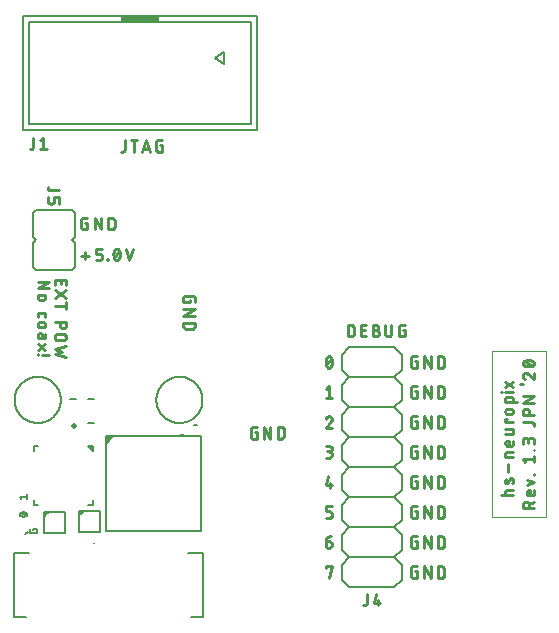
<source format=gto>
G75*
%MOIN*%
%OFA0B0*%
%FSLAX25Y25*%
%IPPOS*%
%LPD*%
%AMOC8*
5,1,8,0,0,1.08239X$1,22.5*
%
%ADD10C,0.00787*%
%ADD11C,0.00600*%
%ADD12C,0.00900*%
%ADD13C,0.00500*%
%ADD14C,0.00394*%
%ADD15C,0.01969*%
%ADD16R,0.12000X0.02000*%
D10*
X0166691Y0119457D02*
X0166693Y0119646D01*
X0166700Y0119834D01*
X0166712Y0120022D01*
X0166728Y0120210D01*
X0166749Y0120398D01*
X0166774Y0120585D01*
X0166804Y0120771D01*
X0166839Y0120957D01*
X0166878Y0121141D01*
X0166921Y0121325D01*
X0166969Y0121507D01*
X0167022Y0121688D01*
X0167079Y0121868D01*
X0167140Y0122047D01*
X0167206Y0122224D01*
X0167276Y0122399D01*
X0167350Y0122572D01*
X0167429Y0122744D01*
X0167512Y0122913D01*
X0167599Y0123081D01*
X0167690Y0123246D01*
X0167785Y0123409D01*
X0167884Y0123570D01*
X0167986Y0123728D01*
X0168093Y0123883D01*
X0168204Y0124036D01*
X0168318Y0124186D01*
X0168436Y0124334D01*
X0168557Y0124478D01*
X0168682Y0124619D01*
X0168811Y0124757D01*
X0168942Y0124893D01*
X0169078Y0125024D01*
X0169216Y0125153D01*
X0169357Y0125278D01*
X0169501Y0125399D01*
X0169649Y0125517D01*
X0169799Y0125631D01*
X0169952Y0125742D01*
X0170107Y0125849D01*
X0170265Y0125951D01*
X0170426Y0126050D01*
X0170589Y0126145D01*
X0170754Y0126236D01*
X0170922Y0126323D01*
X0171091Y0126406D01*
X0171263Y0126485D01*
X0171436Y0126559D01*
X0171611Y0126629D01*
X0171788Y0126695D01*
X0171967Y0126756D01*
X0172147Y0126813D01*
X0172328Y0126866D01*
X0172510Y0126914D01*
X0172694Y0126957D01*
X0172878Y0126996D01*
X0173064Y0127031D01*
X0173250Y0127061D01*
X0173437Y0127086D01*
X0173625Y0127107D01*
X0173813Y0127123D01*
X0174001Y0127135D01*
X0174189Y0127142D01*
X0174378Y0127144D01*
X0174567Y0127142D01*
X0174755Y0127135D01*
X0174943Y0127123D01*
X0175131Y0127107D01*
X0175319Y0127086D01*
X0175506Y0127061D01*
X0175692Y0127031D01*
X0175878Y0126996D01*
X0176062Y0126957D01*
X0176246Y0126914D01*
X0176428Y0126866D01*
X0176609Y0126813D01*
X0176789Y0126756D01*
X0176968Y0126695D01*
X0177145Y0126629D01*
X0177320Y0126559D01*
X0177493Y0126485D01*
X0177665Y0126406D01*
X0177834Y0126323D01*
X0178002Y0126236D01*
X0178167Y0126145D01*
X0178330Y0126050D01*
X0178491Y0125951D01*
X0178649Y0125849D01*
X0178804Y0125742D01*
X0178957Y0125631D01*
X0179107Y0125517D01*
X0179255Y0125399D01*
X0179399Y0125278D01*
X0179540Y0125153D01*
X0179678Y0125024D01*
X0179814Y0124893D01*
X0179945Y0124757D01*
X0180074Y0124619D01*
X0180199Y0124478D01*
X0180320Y0124334D01*
X0180438Y0124186D01*
X0180552Y0124036D01*
X0180663Y0123883D01*
X0180770Y0123728D01*
X0180872Y0123570D01*
X0180971Y0123409D01*
X0181066Y0123246D01*
X0181157Y0123081D01*
X0181244Y0122913D01*
X0181327Y0122744D01*
X0181406Y0122572D01*
X0181480Y0122399D01*
X0181550Y0122224D01*
X0181616Y0122047D01*
X0181677Y0121868D01*
X0181734Y0121688D01*
X0181787Y0121507D01*
X0181835Y0121325D01*
X0181878Y0121141D01*
X0181917Y0120957D01*
X0181952Y0120771D01*
X0181982Y0120585D01*
X0182007Y0120398D01*
X0182028Y0120210D01*
X0182044Y0120022D01*
X0182056Y0119834D01*
X0182063Y0119646D01*
X0182065Y0119457D01*
X0182063Y0119268D01*
X0182056Y0119080D01*
X0182044Y0118892D01*
X0182028Y0118704D01*
X0182007Y0118516D01*
X0181982Y0118329D01*
X0181952Y0118143D01*
X0181917Y0117957D01*
X0181878Y0117773D01*
X0181835Y0117589D01*
X0181787Y0117407D01*
X0181734Y0117226D01*
X0181677Y0117046D01*
X0181616Y0116867D01*
X0181550Y0116690D01*
X0181480Y0116515D01*
X0181406Y0116342D01*
X0181327Y0116170D01*
X0181244Y0116001D01*
X0181157Y0115833D01*
X0181066Y0115668D01*
X0180971Y0115505D01*
X0180872Y0115344D01*
X0180770Y0115186D01*
X0180663Y0115031D01*
X0180552Y0114878D01*
X0180438Y0114728D01*
X0180320Y0114580D01*
X0180199Y0114436D01*
X0180074Y0114295D01*
X0179945Y0114157D01*
X0179814Y0114021D01*
X0179678Y0113890D01*
X0179540Y0113761D01*
X0179399Y0113636D01*
X0179255Y0113515D01*
X0179107Y0113397D01*
X0178957Y0113283D01*
X0178804Y0113172D01*
X0178649Y0113065D01*
X0178491Y0112963D01*
X0178330Y0112864D01*
X0178167Y0112769D01*
X0178002Y0112678D01*
X0177834Y0112591D01*
X0177665Y0112508D01*
X0177493Y0112429D01*
X0177320Y0112355D01*
X0177145Y0112285D01*
X0176968Y0112219D01*
X0176789Y0112158D01*
X0176609Y0112101D01*
X0176428Y0112048D01*
X0176246Y0112000D01*
X0176062Y0111957D01*
X0175878Y0111918D01*
X0175692Y0111883D01*
X0175506Y0111853D01*
X0175319Y0111828D01*
X0175131Y0111807D01*
X0174943Y0111791D01*
X0174755Y0111779D01*
X0174567Y0111772D01*
X0174378Y0111770D01*
X0174189Y0111772D01*
X0174001Y0111779D01*
X0173813Y0111791D01*
X0173625Y0111807D01*
X0173437Y0111828D01*
X0173250Y0111853D01*
X0173064Y0111883D01*
X0172878Y0111918D01*
X0172694Y0111957D01*
X0172510Y0112000D01*
X0172328Y0112048D01*
X0172147Y0112101D01*
X0171967Y0112158D01*
X0171788Y0112219D01*
X0171611Y0112285D01*
X0171436Y0112355D01*
X0171263Y0112429D01*
X0171091Y0112508D01*
X0170922Y0112591D01*
X0170754Y0112678D01*
X0170589Y0112769D01*
X0170426Y0112864D01*
X0170265Y0112963D01*
X0170107Y0113065D01*
X0169952Y0113172D01*
X0169799Y0113283D01*
X0169649Y0113397D01*
X0169501Y0113515D01*
X0169357Y0113636D01*
X0169216Y0113761D01*
X0169078Y0113890D01*
X0168942Y0114021D01*
X0168811Y0114157D01*
X0168682Y0114295D01*
X0168557Y0114436D01*
X0168436Y0114580D01*
X0168318Y0114728D01*
X0168204Y0114878D01*
X0168093Y0115031D01*
X0167986Y0115186D01*
X0167884Y0115344D01*
X0167785Y0115505D01*
X0167690Y0115668D01*
X0167599Y0115833D01*
X0167512Y0116001D01*
X0167429Y0116170D01*
X0167350Y0116342D01*
X0167276Y0116515D01*
X0167206Y0116690D01*
X0167140Y0116867D01*
X0167079Y0117046D01*
X0167022Y0117226D01*
X0166969Y0117407D01*
X0166921Y0117589D01*
X0166878Y0117773D01*
X0166839Y0117957D01*
X0166804Y0118143D01*
X0166774Y0118329D01*
X0166749Y0118516D01*
X0166728Y0118704D01*
X0166712Y0118892D01*
X0166700Y0119080D01*
X0166693Y0119268D01*
X0166691Y0119457D01*
X0213935Y0119457D02*
X0213937Y0119646D01*
X0213944Y0119834D01*
X0213956Y0120022D01*
X0213972Y0120210D01*
X0213993Y0120398D01*
X0214018Y0120585D01*
X0214048Y0120771D01*
X0214083Y0120957D01*
X0214122Y0121141D01*
X0214165Y0121325D01*
X0214213Y0121507D01*
X0214266Y0121688D01*
X0214323Y0121868D01*
X0214384Y0122047D01*
X0214450Y0122224D01*
X0214520Y0122399D01*
X0214594Y0122572D01*
X0214673Y0122744D01*
X0214756Y0122913D01*
X0214843Y0123081D01*
X0214934Y0123246D01*
X0215029Y0123409D01*
X0215128Y0123570D01*
X0215230Y0123728D01*
X0215337Y0123883D01*
X0215448Y0124036D01*
X0215562Y0124186D01*
X0215680Y0124334D01*
X0215801Y0124478D01*
X0215926Y0124619D01*
X0216055Y0124757D01*
X0216186Y0124893D01*
X0216322Y0125024D01*
X0216460Y0125153D01*
X0216601Y0125278D01*
X0216745Y0125399D01*
X0216893Y0125517D01*
X0217043Y0125631D01*
X0217196Y0125742D01*
X0217351Y0125849D01*
X0217509Y0125951D01*
X0217670Y0126050D01*
X0217833Y0126145D01*
X0217998Y0126236D01*
X0218166Y0126323D01*
X0218335Y0126406D01*
X0218507Y0126485D01*
X0218680Y0126559D01*
X0218855Y0126629D01*
X0219032Y0126695D01*
X0219211Y0126756D01*
X0219391Y0126813D01*
X0219572Y0126866D01*
X0219754Y0126914D01*
X0219938Y0126957D01*
X0220122Y0126996D01*
X0220308Y0127031D01*
X0220494Y0127061D01*
X0220681Y0127086D01*
X0220869Y0127107D01*
X0221057Y0127123D01*
X0221245Y0127135D01*
X0221433Y0127142D01*
X0221622Y0127144D01*
X0221811Y0127142D01*
X0221999Y0127135D01*
X0222187Y0127123D01*
X0222375Y0127107D01*
X0222563Y0127086D01*
X0222750Y0127061D01*
X0222936Y0127031D01*
X0223122Y0126996D01*
X0223306Y0126957D01*
X0223490Y0126914D01*
X0223672Y0126866D01*
X0223853Y0126813D01*
X0224033Y0126756D01*
X0224212Y0126695D01*
X0224389Y0126629D01*
X0224564Y0126559D01*
X0224737Y0126485D01*
X0224909Y0126406D01*
X0225078Y0126323D01*
X0225246Y0126236D01*
X0225411Y0126145D01*
X0225574Y0126050D01*
X0225735Y0125951D01*
X0225893Y0125849D01*
X0226048Y0125742D01*
X0226201Y0125631D01*
X0226351Y0125517D01*
X0226499Y0125399D01*
X0226643Y0125278D01*
X0226784Y0125153D01*
X0226922Y0125024D01*
X0227058Y0124893D01*
X0227189Y0124757D01*
X0227318Y0124619D01*
X0227443Y0124478D01*
X0227564Y0124334D01*
X0227682Y0124186D01*
X0227796Y0124036D01*
X0227907Y0123883D01*
X0228014Y0123728D01*
X0228116Y0123570D01*
X0228215Y0123409D01*
X0228310Y0123246D01*
X0228401Y0123081D01*
X0228488Y0122913D01*
X0228571Y0122744D01*
X0228650Y0122572D01*
X0228724Y0122399D01*
X0228794Y0122224D01*
X0228860Y0122047D01*
X0228921Y0121868D01*
X0228978Y0121688D01*
X0229031Y0121507D01*
X0229079Y0121325D01*
X0229122Y0121141D01*
X0229161Y0120957D01*
X0229196Y0120771D01*
X0229226Y0120585D01*
X0229251Y0120398D01*
X0229272Y0120210D01*
X0229288Y0120022D01*
X0229300Y0119834D01*
X0229307Y0119646D01*
X0229309Y0119457D01*
X0229307Y0119268D01*
X0229300Y0119080D01*
X0229288Y0118892D01*
X0229272Y0118704D01*
X0229251Y0118516D01*
X0229226Y0118329D01*
X0229196Y0118143D01*
X0229161Y0117957D01*
X0229122Y0117773D01*
X0229079Y0117589D01*
X0229031Y0117407D01*
X0228978Y0117226D01*
X0228921Y0117046D01*
X0228860Y0116867D01*
X0228794Y0116690D01*
X0228724Y0116515D01*
X0228650Y0116342D01*
X0228571Y0116170D01*
X0228488Y0116001D01*
X0228401Y0115833D01*
X0228310Y0115668D01*
X0228215Y0115505D01*
X0228116Y0115344D01*
X0228014Y0115186D01*
X0227907Y0115031D01*
X0227796Y0114878D01*
X0227682Y0114728D01*
X0227564Y0114580D01*
X0227443Y0114436D01*
X0227318Y0114295D01*
X0227189Y0114157D01*
X0227058Y0114021D01*
X0226922Y0113890D01*
X0226784Y0113761D01*
X0226643Y0113636D01*
X0226499Y0113515D01*
X0226351Y0113397D01*
X0226201Y0113283D01*
X0226048Y0113172D01*
X0225893Y0113065D01*
X0225735Y0112963D01*
X0225574Y0112864D01*
X0225411Y0112769D01*
X0225246Y0112678D01*
X0225078Y0112591D01*
X0224909Y0112508D01*
X0224737Y0112429D01*
X0224564Y0112355D01*
X0224389Y0112285D01*
X0224212Y0112219D01*
X0224033Y0112158D01*
X0223853Y0112101D01*
X0223672Y0112048D01*
X0223490Y0112000D01*
X0223306Y0111957D01*
X0223122Y0111918D01*
X0222936Y0111883D01*
X0222750Y0111853D01*
X0222563Y0111828D01*
X0222375Y0111807D01*
X0222187Y0111791D01*
X0221999Y0111779D01*
X0221811Y0111772D01*
X0221622Y0111770D01*
X0221433Y0111772D01*
X0221245Y0111779D01*
X0221057Y0111791D01*
X0220869Y0111807D01*
X0220681Y0111828D01*
X0220494Y0111853D01*
X0220308Y0111883D01*
X0220122Y0111918D01*
X0219938Y0111957D01*
X0219754Y0112000D01*
X0219572Y0112048D01*
X0219391Y0112101D01*
X0219211Y0112158D01*
X0219032Y0112219D01*
X0218855Y0112285D01*
X0218680Y0112355D01*
X0218507Y0112429D01*
X0218335Y0112508D01*
X0218166Y0112591D01*
X0217998Y0112678D01*
X0217833Y0112769D01*
X0217670Y0112864D01*
X0217509Y0112963D01*
X0217351Y0113065D01*
X0217196Y0113172D01*
X0217043Y0113283D01*
X0216893Y0113397D01*
X0216745Y0113515D01*
X0216601Y0113636D01*
X0216460Y0113761D01*
X0216322Y0113890D01*
X0216186Y0114021D01*
X0216055Y0114157D01*
X0215926Y0114295D01*
X0215801Y0114436D01*
X0215680Y0114580D01*
X0215562Y0114728D01*
X0215448Y0114878D01*
X0215337Y0115031D01*
X0215230Y0115186D01*
X0215128Y0115344D01*
X0215029Y0115505D01*
X0214934Y0115668D01*
X0214843Y0115833D01*
X0214756Y0116001D01*
X0214673Y0116170D01*
X0214594Y0116342D01*
X0214520Y0116515D01*
X0214450Y0116690D01*
X0214384Y0116867D01*
X0214323Y0117046D01*
X0214266Y0117226D01*
X0214213Y0117407D01*
X0214165Y0117589D01*
X0214122Y0117773D01*
X0214083Y0117957D01*
X0214048Y0118143D01*
X0214018Y0118329D01*
X0213993Y0118516D01*
X0213972Y0118704D01*
X0213956Y0118892D01*
X0213944Y0119080D01*
X0213937Y0119268D01*
X0213935Y0119457D01*
D11*
X0170889Y0087921D02*
X0170889Y0086505D01*
X0170889Y0087213D02*
X0168340Y0087213D01*
X0168906Y0086505D01*
X0170614Y0080772D02*
X0170535Y0080736D01*
X0170455Y0080703D01*
X0170374Y0080673D01*
X0170291Y0080647D01*
X0170208Y0080624D01*
X0170123Y0080604D01*
X0170038Y0080589D01*
X0169952Y0080576D01*
X0169866Y0080567D01*
X0169780Y0080562D01*
X0169693Y0080560D01*
X0169693Y0081976D02*
X0169606Y0081974D01*
X0169520Y0081969D01*
X0169434Y0081960D01*
X0169348Y0081947D01*
X0169263Y0081932D01*
X0169178Y0081912D01*
X0169095Y0081889D01*
X0169012Y0081863D01*
X0168931Y0081833D01*
X0168851Y0081800D01*
X0168772Y0081764D01*
X0168985Y0081835D02*
X0170402Y0080702D01*
X0170968Y0081268D02*
X0170966Y0081311D01*
X0170961Y0081354D01*
X0170952Y0081397D01*
X0170940Y0081438D01*
X0170924Y0081479D01*
X0170905Y0081517D01*
X0170883Y0081555D01*
X0170857Y0081590D01*
X0170829Y0081623D01*
X0170799Y0081654D01*
X0170766Y0081682D01*
X0170730Y0081707D01*
X0170693Y0081729D01*
X0170654Y0081748D01*
X0170614Y0081764D01*
X0170968Y0081268D02*
X0170966Y0081225D01*
X0170961Y0081182D01*
X0170952Y0081139D01*
X0170940Y0081098D01*
X0170924Y0081057D01*
X0170905Y0081019D01*
X0170883Y0080981D01*
X0170857Y0080946D01*
X0170829Y0080913D01*
X0170799Y0080882D01*
X0170766Y0080854D01*
X0170730Y0080829D01*
X0170693Y0080807D01*
X0170654Y0080788D01*
X0170614Y0080772D01*
X0170614Y0081764D02*
X0170535Y0081800D01*
X0170455Y0081833D01*
X0170374Y0081863D01*
X0170291Y0081889D01*
X0170208Y0081912D01*
X0170123Y0081932D01*
X0170038Y0081947D01*
X0169952Y0081960D01*
X0169866Y0081969D01*
X0169780Y0081974D01*
X0169693Y0081976D01*
X0169693Y0080560D02*
X0169606Y0080562D01*
X0169520Y0080567D01*
X0169434Y0080576D01*
X0169348Y0080589D01*
X0169263Y0080604D01*
X0169178Y0080624D01*
X0169095Y0080647D01*
X0169012Y0080673D01*
X0168931Y0080703D01*
X0168851Y0080736D01*
X0168772Y0080772D01*
X0168419Y0081268D02*
X0168421Y0081311D01*
X0168426Y0081354D01*
X0168435Y0081397D01*
X0168447Y0081438D01*
X0168463Y0081479D01*
X0168482Y0081517D01*
X0168504Y0081555D01*
X0168530Y0081590D01*
X0168558Y0081623D01*
X0168588Y0081654D01*
X0168621Y0081682D01*
X0168657Y0081707D01*
X0168694Y0081729D01*
X0168733Y0081748D01*
X0168773Y0081764D01*
X0168419Y0081268D02*
X0168421Y0081225D01*
X0168426Y0081182D01*
X0168435Y0081139D01*
X0168447Y0081098D01*
X0168463Y0081057D01*
X0168482Y0081019D01*
X0168504Y0080981D01*
X0168530Y0080946D01*
X0168558Y0080913D01*
X0168588Y0080882D01*
X0168621Y0080854D01*
X0168657Y0080829D01*
X0168694Y0080807D01*
X0168733Y0080788D01*
X0168773Y0080772D01*
X0171686Y0076543D02*
X0171686Y0075693D01*
X0171688Y0075646D01*
X0171694Y0075600D01*
X0171703Y0075554D01*
X0171717Y0075509D01*
X0171734Y0075465D01*
X0171754Y0075423D01*
X0171778Y0075383D01*
X0171806Y0075345D01*
X0171836Y0075309D01*
X0171869Y0075276D01*
X0171905Y0075246D01*
X0171943Y0075218D01*
X0171983Y0075194D01*
X0172025Y0075174D01*
X0172069Y0075157D01*
X0172114Y0075143D01*
X0172160Y0075134D01*
X0172206Y0075128D01*
X0172253Y0075126D01*
X0172253Y0075127D02*
X0173669Y0075127D01*
X0173669Y0075126D02*
X0173716Y0075128D01*
X0173762Y0075134D01*
X0173808Y0075143D01*
X0173853Y0075157D01*
X0173897Y0075174D01*
X0173939Y0075194D01*
X0173979Y0075218D01*
X0174017Y0075246D01*
X0174053Y0075276D01*
X0174086Y0075309D01*
X0174116Y0075345D01*
X0174144Y0075383D01*
X0174168Y0075423D01*
X0174188Y0075465D01*
X0174205Y0075509D01*
X0174219Y0075554D01*
X0174228Y0075600D01*
X0174234Y0075646D01*
X0174236Y0075693D01*
X0174236Y0076543D01*
X0172819Y0076543D01*
X0172819Y0076118D01*
X0275796Y0074516D02*
X0275796Y0069516D01*
X0278296Y0067016D01*
X0293296Y0067016D01*
X0295796Y0064516D01*
X0295796Y0059516D01*
X0293296Y0057016D01*
X0278296Y0057016D01*
X0275796Y0059516D01*
X0275796Y0064516D01*
X0278296Y0067016D01*
X0275796Y0074516D02*
X0278296Y0077016D01*
X0293296Y0077016D01*
X0295796Y0074516D01*
X0295796Y0069516D01*
X0293296Y0067016D01*
X0293296Y0077016D02*
X0295796Y0079516D01*
X0295796Y0084516D01*
X0293296Y0087016D01*
X0278296Y0087016D01*
X0275796Y0084516D01*
X0275796Y0079516D01*
X0278296Y0077016D01*
X0278296Y0087016D02*
X0275796Y0089516D01*
X0275796Y0094516D01*
X0278296Y0097016D01*
X0293296Y0097016D01*
X0295796Y0094516D01*
X0295796Y0089516D01*
X0293296Y0087016D01*
X0293296Y0097016D02*
X0295796Y0099516D01*
X0295796Y0104516D01*
X0293296Y0107016D01*
X0278296Y0107016D01*
X0275796Y0104516D01*
X0275796Y0099516D01*
X0278296Y0097016D01*
X0278296Y0107016D02*
X0275796Y0109516D01*
X0275796Y0114516D01*
X0278296Y0117016D01*
X0293296Y0117016D01*
X0295796Y0114516D01*
X0295796Y0109516D01*
X0293296Y0107016D01*
X0293296Y0117016D02*
X0295796Y0119516D01*
X0295796Y0124516D01*
X0293296Y0127016D01*
X0278296Y0127016D01*
X0275796Y0124516D01*
X0275796Y0119516D01*
X0278296Y0117016D01*
X0278296Y0127016D02*
X0275796Y0129516D01*
X0275796Y0134516D01*
X0278296Y0137016D01*
X0293296Y0137016D01*
X0295796Y0134516D01*
X0295796Y0129516D01*
X0293296Y0127016D01*
X0186890Y0163882D02*
X0186890Y0171882D01*
X0185890Y0172882D01*
X0186890Y0173882D01*
X0186890Y0181882D01*
X0185890Y0182882D01*
X0173890Y0182882D01*
X0172890Y0181882D01*
X0172890Y0173882D01*
X0173890Y0172882D01*
X0172890Y0171882D01*
X0172890Y0163882D01*
X0173890Y0162882D01*
X0185890Y0162882D01*
X0186890Y0163882D01*
D12*
X0190197Y0166261D02*
X0190197Y0168811D01*
X0188922Y0167536D02*
X0191472Y0167536D01*
X0193670Y0168173D02*
X0193670Y0169873D01*
X0195795Y0169873D01*
X0194945Y0168173D02*
X0193670Y0168173D01*
X0194945Y0168174D02*
X0195001Y0168172D01*
X0195056Y0168167D01*
X0195111Y0168158D01*
X0195165Y0168145D01*
X0195218Y0168129D01*
X0195270Y0168109D01*
X0195321Y0168086D01*
X0195370Y0168060D01*
X0195417Y0168031D01*
X0195462Y0167998D01*
X0195505Y0167963D01*
X0195546Y0167925D01*
X0195584Y0167884D01*
X0195619Y0167841D01*
X0195652Y0167796D01*
X0195681Y0167749D01*
X0195707Y0167700D01*
X0195730Y0167649D01*
X0195750Y0167597D01*
X0195766Y0167544D01*
X0195779Y0167490D01*
X0195788Y0167435D01*
X0195793Y0167380D01*
X0195795Y0167324D01*
X0195795Y0166899D01*
X0195793Y0166843D01*
X0195788Y0166788D01*
X0195779Y0166733D01*
X0195766Y0166679D01*
X0195750Y0166626D01*
X0195730Y0166574D01*
X0195707Y0166523D01*
X0195681Y0166474D01*
X0195652Y0166427D01*
X0195619Y0166382D01*
X0195584Y0166339D01*
X0195546Y0166298D01*
X0195505Y0166260D01*
X0195462Y0166225D01*
X0195417Y0166192D01*
X0195370Y0166163D01*
X0195321Y0166137D01*
X0195270Y0166114D01*
X0195218Y0166094D01*
X0195165Y0166078D01*
X0195111Y0166065D01*
X0195056Y0166056D01*
X0195001Y0166051D01*
X0194945Y0166049D01*
X0193670Y0166049D01*
X0197603Y0166049D02*
X0197815Y0166049D01*
X0197815Y0166261D01*
X0197603Y0166261D01*
X0197603Y0166049D01*
X0201429Y0166580D02*
X0201476Y0166679D01*
X0201519Y0166781D01*
X0201558Y0166883D01*
X0201594Y0166987D01*
X0201626Y0167093D01*
X0201654Y0167199D01*
X0201679Y0167306D01*
X0201700Y0167414D01*
X0201717Y0167523D01*
X0201731Y0167632D01*
X0201740Y0167741D01*
X0201746Y0167851D01*
X0201748Y0167961D01*
X0199623Y0167961D02*
X0199625Y0168071D01*
X0199631Y0168181D01*
X0199640Y0168290D01*
X0199654Y0168399D01*
X0199671Y0168508D01*
X0199692Y0168616D01*
X0199717Y0168723D01*
X0199745Y0168829D01*
X0199777Y0168935D01*
X0199813Y0169039D01*
X0199852Y0169141D01*
X0199895Y0169243D01*
X0199942Y0169342D01*
X0199941Y0169342D02*
X0199961Y0169392D01*
X0199984Y0169442D01*
X0200010Y0169489D01*
X0200039Y0169535D01*
X0200071Y0169578D01*
X0200107Y0169619D01*
X0200145Y0169658D01*
X0200185Y0169694D01*
X0200228Y0169727D01*
X0200273Y0169757D01*
X0200320Y0169783D01*
X0200369Y0169807D01*
X0200419Y0169827D01*
X0200471Y0169843D01*
X0200524Y0169856D01*
X0200577Y0169866D01*
X0200631Y0169871D01*
X0200685Y0169873D01*
X0200739Y0169871D01*
X0200793Y0169866D01*
X0200846Y0169856D01*
X0200899Y0169843D01*
X0200951Y0169827D01*
X0201001Y0169807D01*
X0201050Y0169783D01*
X0201097Y0169757D01*
X0201142Y0169727D01*
X0201185Y0169694D01*
X0201225Y0169658D01*
X0201263Y0169619D01*
X0201299Y0169578D01*
X0201331Y0169535D01*
X0201360Y0169489D01*
X0201386Y0169442D01*
X0201409Y0169393D01*
X0201429Y0169342D01*
X0201535Y0169023D02*
X0199836Y0166899D01*
X0200685Y0166049D02*
X0200739Y0166051D01*
X0200793Y0166056D01*
X0200846Y0166066D01*
X0200899Y0166079D01*
X0200951Y0166095D01*
X0201001Y0166115D01*
X0201050Y0166139D01*
X0201097Y0166165D01*
X0201142Y0166195D01*
X0201185Y0166228D01*
X0201225Y0166264D01*
X0201263Y0166303D01*
X0201299Y0166344D01*
X0201331Y0166387D01*
X0201360Y0166433D01*
X0201386Y0166480D01*
X0201409Y0166529D01*
X0201429Y0166580D01*
X0200685Y0166049D02*
X0200631Y0166051D01*
X0200577Y0166056D01*
X0200524Y0166066D01*
X0200471Y0166079D01*
X0200419Y0166095D01*
X0200369Y0166115D01*
X0200320Y0166139D01*
X0200273Y0166165D01*
X0200228Y0166195D01*
X0200185Y0166228D01*
X0200145Y0166264D01*
X0200107Y0166303D01*
X0200071Y0166344D01*
X0200039Y0166387D01*
X0200010Y0166433D01*
X0199984Y0166480D01*
X0199961Y0166529D01*
X0199941Y0166580D01*
X0201748Y0167961D02*
X0201746Y0168071D01*
X0201740Y0168181D01*
X0201731Y0168290D01*
X0201717Y0168399D01*
X0201700Y0168508D01*
X0201679Y0168616D01*
X0201654Y0168723D01*
X0201626Y0168829D01*
X0201594Y0168935D01*
X0201558Y0169039D01*
X0201519Y0169141D01*
X0201476Y0169243D01*
X0201429Y0169342D01*
X0199623Y0167961D02*
X0199625Y0167851D01*
X0199631Y0167741D01*
X0199640Y0167632D01*
X0199654Y0167523D01*
X0199671Y0167414D01*
X0199692Y0167306D01*
X0199717Y0167199D01*
X0199745Y0167093D01*
X0199777Y0166987D01*
X0199813Y0166883D01*
X0199852Y0166781D01*
X0199895Y0166679D01*
X0199942Y0166580D01*
X0203663Y0169873D02*
X0204937Y0166049D01*
X0206212Y0169873D01*
X0198953Y0176285D02*
X0197891Y0176285D01*
X0197891Y0180109D01*
X0198953Y0180109D01*
X0199017Y0180107D01*
X0199081Y0180101D01*
X0199144Y0180092D01*
X0199207Y0180078D01*
X0199269Y0180061D01*
X0199330Y0180040D01*
X0199389Y0180015D01*
X0199447Y0179987D01*
X0199502Y0179956D01*
X0199556Y0179921D01*
X0199608Y0179883D01*
X0199657Y0179842D01*
X0199704Y0179798D01*
X0199748Y0179751D01*
X0199789Y0179702D01*
X0199827Y0179650D01*
X0199862Y0179596D01*
X0199893Y0179541D01*
X0199921Y0179483D01*
X0199946Y0179424D01*
X0199967Y0179363D01*
X0199984Y0179301D01*
X0199998Y0179238D01*
X0200007Y0179175D01*
X0200013Y0179111D01*
X0200015Y0179047D01*
X0200015Y0177347D01*
X0200013Y0177283D01*
X0200007Y0177219D01*
X0199998Y0177156D01*
X0199984Y0177093D01*
X0199967Y0177031D01*
X0199946Y0176970D01*
X0199921Y0176911D01*
X0199893Y0176853D01*
X0199862Y0176798D01*
X0199827Y0176744D01*
X0199789Y0176692D01*
X0199748Y0176643D01*
X0199704Y0176596D01*
X0199657Y0176552D01*
X0199608Y0176511D01*
X0199556Y0176473D01*
X0199502Y0176438D01*
X0199447Y0176407D01*
X0199389Y0176379D01*
X0199330Y0176354D01*
X0199269Y0176333D01*
X0199207Y0176316D01*
X0199144Y0176302D01*
X0199081Y0176293D01*
X0199017Y0176287D01*
X0198953Y0176285D01*
X0195480Y0176285D02*
X0195480Y0180109D01*
X0193355Y0180109D02*
X0193355Y0176285D01*
X0195480Y0176285D02*
X0193355Y0180109D01*
X0190945Y0180109D02*
X0189670Y0180109D01*
X0189670Y0180110D02*
X0189612Y0180108D01*
X0189554Y0180102D01*
X0189497Y0180092D01*
X0189441Y0180078D01*
X0189385Y0180061D01*
X0189331Y0180040D01*
X0189279Y0180015D01*
X0189228Y0179986D01*
X0189180Y0179954D01*
X0189134Y0179919D01*
X0189090Y0179881D01*
X0189049Y0179840D01*
X0189011Y0179796D01*
X0188976Y0179750D01*
X0188944Y0179702D01*
X0188915Y0179651D01*
X0188890Y0179599D01*
X0188869Y0179545D01*
X0188852Y0179489D01*
X0188838Y0179433D01*
X0188828Y0179376D01*
X0188822Y0179318D01*
X0188820Y0179260D01*
X0188820Y0177135D01*
X0188822Y0177079D01*
X0188827Y0177024D01*
X0188836Y0176969D01*
X0188849Y0176915D01*
X0188865Y0176862D01*
X0188885Y0176810D01*
X0188908Y0176759D01*
X0188934Y0176710D01*
X0188963Y0176663D01*
X0188996Y0176618D01*
X0189031Y0176575D01*
X0189069Y0176534D01*
X0189110Y0176496D01*
X0189153Y0176461D01*
X0189198Y0176428D01*
X0189245Y0176399D01*
X0189294Y0176373D01*
X0189345Y0176350D01*
X0189397Y0176330D01*
X0189450Y0176314D01*
X0189504Y0176301D01*
X0189559Y0176292D01*
X0189614Y0176287D01*
X0189670Y0176285D01*
X0190945Y0176285D01*
X0190945Y0178410D01*
X0190307Y0178410D01*
X0181566Y0184903D02*
X0181566Y0187028D01*
X0179866Y0187028D01*
X0179866Y0185753D01*
X0179867Y0185753D02*
X0179865Y0185697D01*
X0179860Y0185642D01*
X0179851Y0185587D01*
X0179838Y0185533D01*
X0179822Y0185480D01*
X0179802Y0185428D01*
X0179779Y0185377D01*
X0179753Y0185328D01*
X0179724Y0185281D01*
X0179691Y0185236D01*
X0179656Y0185193D01*
X0179618Y0185152D01*
X0179577Y0185114D01*
X0179534Y0185079D01*
X0179489Y0185046D01*
X0179442Y0185017D01*
X0179393Y0184991D01*
X0179342Y0184968D01*
X0179290Y0184948D01*
X0179237Y0184932D01*
X0179183Y0184919D01*
X0179128Y0184910D01*
X0179073Y0184905D01*
X0179017Y0184903D01*
X0178592Y0184903D01*
X0178536Y0184905D01*
X0178481Y0184910D01*
X0178426Y0184919D01*
X0178372Y0184932D01*
X0178319Y0184948D01*
X0178267Y0184968D01*
X0178216Y0184991D01*
X0178167Y0185017D01*
X0178120Y0185046D01*
X0178075Y0185079D01*
X0178032Y0185114D01*
X0177991Y0185152D01*
X0177953Y0185193D01*
X0177918Y0185236D01*
X0177885Y0185281D01*
X0177856Y0185328D01*
X0177830Y0185377D01*
X0177807Y0185428D01*
X0177787Y0185480D01*
X0177771Y0185533D01*
X0177758Y0185587D01*
X0177749Y0185642D01*
X0177744Y0185697D01*
X0177742Y0185753D01*
X0177742Y0187028D01*
X0178592Y0189268D02*
X0181566Y0189268D01*
X0178592Y0189268D02*
X0178536Y0189270D01*
X0178481Y0189275D01*
X0178426Y0189284D01*
X0178372Y0189297D01*
X0178319Y0189313D01*
X0178267Y0189333D01*
X0178216Y0189356D01*
X0178167Y0189382D01*
X0178120Y0189411D01*
X0178075Y0189444D01*
X0178032Y0189479D01*
X0177991Y0189517D01*
X0177953Y0189558D01*
X0177918Y0189601D01*
X0177885Y0189646D01*
X0177856Y0189693D01*
X0177830Y0189742D01*
X0177807Y0189793D01*
X0177787Y0189845D01*
X0177771Y0189898D01*
X0177758Y0189952D01*
X0177749Y0190007D01*
X0177744Y0190062D01*
X0177742Y0190118D01*
X0177742Y0190543D01*
X0177338Y0203057D02*
X0175213Y0203057D01*
X0176275Y0203057D02*
X0176275Y0206881D01*
X0175213Y0206031D01*
X0172973Y0206881D02*
X0172973Y0203907D01*
X0172971Y0203851D01*
X0172966Y0203796D01*
X0172957Y0203741D01*
X0172944Y0203687D01*
X0172928Y0203634D01*
X0172908Y0203582D01*
X0172885Y0203531D01*
X0172859Y0203482D01*
X0172830Y0203435D01*
X0172797Y0203390D01*
X0172762Y0203347D01*
X0172724Y0203306D01*
X0172683Y0203268D01*
X0172640Y0203233D01*
X0172595Y0203200D01*
X0172548Y0203171D01*
X0172499Y0203145D01*
X0172448Y0203122D01*
X0172396Y0203102D01*
X0172343Y0203086D01*
X0172289Y0203073D01*
X0172234Y0203064D01*
X0172179Y0203059D01*
X0172123Y0203057D01*
X0171699Y0203057D01*
X0202165Y0202191D02*
X0202590Y0202191D01*
X0202590Y0202190D02*
X0202646Y0202192D01*
X0202701Y0202197D01*
X0202756Y0202206D01*
X0202810Y0202219D01*
X0202863Y0202235D01*
X0202915Y0202255D01*
X0202966Y0202278D01*
X0203015Y0202304D01*
X0203062Y0202333D01*
X0203107Y0202366D01*
X0203150Y0202401D01*
X0203191Y0202439D01*
X0203229Y0202480D01*
X0203264Y0202523D01*
X0203297Y0202568D01*
X0203326Y0202615D01*
X0203352Y0202664D01*
X0203375Y0202715D01*
X0203395Y0202767D01*
X0203411Y0202820D01*
X0203424Y0202874D01*
X0203433Y0202929D01*
X0203438Y0202984D01*
X0203440Y0203040D01*
X0203440Y0206015D01*
X0205396Y0206015D02*
X0207521Y0206015D01*
X0206458Y0206015D02*
X0206458Y0202191D01*
X0209152Y0202191D02*
X0210427Y0206015D01*
X0211702Y0202191D01*
X0211383Y0203147D02*
X0209471Y0203147D01*
X0213758Y0203040D02*
X0213758Y0205165D01*
X0213760Y0205223D01*
X0213766Y0205281D01*
X0213776Y0205338D01*
X0213790Y0205394D01*
X0213807Y0205450D01*
X0213828Y0205504D01*
X0213853Y0205556D01*
X0213882Y0205607D01*
X0213914Y0205655D01*
X0213949Y0205701D01*
X0213987Y0205745D01*
X0214028Y0205786D01*
X0214072Y0205824D01*
X0214118Y0205859D01*
X0214166Y0205891D01*
X0214217Y0205920D01*
X0214269Y0205945D01*
X0214323Y0205966D01*
X0214379Y0205983D01*
X0214435Y0205997D01*
X0214492Y0206007D01*
X0214550Y0206013D01*
X0214608Y0206015D01*
X0215883Y0206015D01*
X0215883Y0204315D02*
X0215883Y0202191D01*
X0214608Y0202191D01*
X0214608Y0202190D02*
X0214552Y0202192D01*
X0214497Y0202197D01*
X0214442Y0202206D01*
X0214388Y0202219D01*
X0214335Y0202235D01*
X0214283Y0202255D01*
X0214232Y0202278D01*
X0214183Y0202304D01*
X0214136Y0202333D01*
X0214091Y0202366D01*
X0214048Y0202401D01*
X0214007Y0202439D01*
X0213969Y0202480D01*
X0213934Y0202523D01*
X0213901Y0202568D01*
X0213872Y0202615D01*
X0213846Y0202664D01*
X0213823Y0202715D01*
X0213803Y0202767D01*
X0213787Y0202820D01*
X0213774Y0202874D01*
X0213765Y0202929D01*
X0213760Y0202984D01*
X0213758Y0203040D01*
X0215246Y0204315D02*
X0215883Y0204315D01*
X0183802Y0159406D02*
X0179978Y0159406D01*
X0179978Y0157706D01*
X0179978Y0156089D02*
X0183802Y0153540D01*
X0183802Y0151908D02*
X0183802Y0149784D01*
X0183802Y0150846D02*
X0179978Y0150846D01*
X0179978Y0153540D02*
X0183802Y0156089D01*
X0183802Y0157706D02*
X0183802Y0159406D01*
X0182103Y0159406D02*
X0182103Y0158131D01*
X0178228Y0158829D02*
X0174403Y0158829D01*
X0174403Y0156704D02*
X0178228Y0156704D01*
X0178228Y0158829D02*
X0174403Y0156704D01*
X0175253Y0154506D02*
X0176103Y0154506D01*
X0176160Y0154504D01*
X0176216Y0154498D01*
X0176272Y0154489D01*
X0176328Y0154476D01*
X0176382Y0154459D01*
X0176435Y0154439D01*
X0176486Y0154415D01*
X0176536Y0154387D01*
X0176584Y0154357D01*
X0176630Y0154323D01*
X0176673Y0154286D01*
X0176714Y0154247D01*
X0176752Y0154205D01*
X0176787Y0154160D01*
X0176819Y0154113D01*
X0176848Y0154064D01*
X0176874Y0154014D01*
X0176896Y0153961D01*
X0176915Y0153908D01*
X0176930Y0153853D01*
X0176941Y0153797D01*
X0176949Y0153741D01*
X0176953Y0153684D01*
X0176953Y0153628D01*
X0176949Y0153571D01*
X0176941Y0153515D01*
X0176930Y0153459D01*
X0176915Y0153404D01*
X0176896Y0153351D01*
X0176874Y0153298D01*
X0176848Y0153248D01*
X0176819Y0153199D01*
X0176787Y0153152D01*
X0176752Y0153107D01*
X0176714Y0153065D01*
X0176673Y0153026D01*
X0176630Y0152989D01*
X0176584Y0152955D01*
X0176536Y0152925D01*
X0176486Y0152897D01*
X0176435Y0152873D01*
X0176382Y0152853D01*
X0176328Y0152836D01*
X0176272Y0152823D01*
X0176216Y0152814D01*
X0176160Y0152808D01*
X0176103Y0152806D01*
X0175253Y0152806D01*
X0175196Y0152808D01*
X0175140Y0152814D01*
X0175084Y0152823D01*
X0175028Y0152836D01*
X0174974Y0152853D01*
X0174921Y0152873D01*
X0174870Y0152897D01*
X0174820Y0152925D01*
X0174772Y0152955D01*
X0174726Y0152989D01*
X0174683Y0153026D01*
X0174642Y0153065D01*
X0174604Y0153107D01*
X0174569Y0153152D01*
X0174537Y0153199D01*
X0174508Y0153248D01*
X0174482Y0153298D01*
X0174460Y0153351D01*
X0174441Y0153404D01*
X0174426Y0153459D01*
X0174415Y0153515D01*
X0174407Y0153571D01*
X0174403Y0153628D01*
X0174403Y0153684D01*
X0174407Y0153741D01*
X0174415Y0153797D01*
X0174426Y0153853D01*
X0174441Y0153908D01*
X0174460Y0153961D01*
X0174482Y0154014D01*
X0174508Y0154064D01*
X0174537Y0154113D01*
X0174569Y0154160D01*
X0174604Y0154205D01*
X0174642Y0154247D01*
X0174683Y0154286D01*
X0174726Y0154323D01*
X0174772Y0154357D01*
X0174820Y0154387D01*
X0174870Y0154415D01*
X0174921Y0154439D01*
X0174974Y0154459D01*
X0175028Y0154476D01*
X0175084Y0154489D01*
X0175140Y0154498D01*
X0175196Y0154504D01*
X0175253Y0154506D01*
X0175041Y0148545D02*
X0176315Y0148545D01*
X0176363Y0148543D01*
X0176410Y0148538D01*
X0176457Y0148529D01*
X0176503Y0148517D01*
X0176548Y0148501D01*
X0176591Y0148482D01*
X0176634Y0148460D01*
X0176674Y0148434D01*
X0176712Y0148406D01*
X0176748Y0148375D01*
X0176782Y0148341D01*
X0176813Y0148305D01*
X0176841Y0148267D01*
X0176867Y0148227D01*
X0176889Y0148184D01*
X0176908Y0148141D01*
X0176924Y0148096D01*
X0176936Y0148050D01*
X0176945Y0148003D01*
X0176950Y0147956D01*
X0176952Y0147908D01*
X0176953Y0147908D02*
X0176953Y0147058D01*
X0176103Y0145293D02*
X0175253Y0145293D01*
X0175253Y0145294D02*
X0175196Y0145292D01*
X0175140Y0145286D01*
X0175084Y0145277D01*
X0175028Y0145264D01*
X0174974Y0145247D01*
X0174921Y0145227D01*
X0174870Y0145203D01*
X0174820Y0145175D01*
X0174772Y0145145D01*
X0174726Y0145111D01*
X0174683Y0145074D01*
X0174642Y0145035D01*
X0174604Y0144993D01*
X0174569Y0144948D01*
X0174537Y0144901D01*
X0174508Y0144852D01*
X0174482Y0144802D01*
X0174460Y0144749D01*
X0174441Y0144696D01*
X0174426Y0144641D01*
X0174415Y0144585D01*
X0174407Y0144529D01*
X0174403Y0144472D01*
X0174403Y0144416D01*
X0174407Y0144359D01*
X0174415Y0144303D01*
X0174426Y0144247D01*
X0174441Y0144192D01*
X0174460Y0144139D01*
X0174482Y0144086D01*
X0174508Y0144036D01*
X0174537Y0143987D01*
X0174569Y0143940D01*
X0174604Y0143895D01*
X0174642Y0143853D01*
X0174683Y0143814D01*
X0174726Y0143777D01*
X0174772Y0143743D01*
X0174820Y0143713D01*
X0174870Y0143685D01*
X0174921Y0143661D01*
X0174974Y0143641D01*
X0175028Y0143624D01*
X0175084Y0143611D01*
X0175140Y0143602D01*
X0175196Y0143596D01*
X0175253Y0143594D01*
X0176103Y0143594D01*
X0176160Y0143596D01*
X0176216Y0143602D01*
X0176272Y0143611D01*
X0176328Y0143624D01*
X0176382Y0143641D01*
X0176435Y0143661D01*
X0176486Y0143685D01*
X0176536Y0143713D01*
X0176584Y0143743D01*
X0176630Y0143777D01*
X0176673Y0143814D01*
X0176714Y0143853D01*
X0176752Y0143895D01*
X0176787Y0143940D01*
X0176819Y0143987D01*
X0176848Y0144036D01*
X0176874Y0144086D01*
X0176896Y0144139D01*
X0176915Y0144192D01*
X0176930Y0144247D01*
X0176941Y0144303D01*
X0176949Y0144359D01*
X0176953Y0144416D01*
X0176953Y0144472D01*
X0176949Y0144529D01*
X0176941Y0144585D01*
X0176930Y0144641D01*
X0176915Y0144696D01*
X0176896Y0144749D01*
X0176874Y0144802D01*
X0176848Y0144852D01*
X0176819Y0144901D01*
X0176787Y0144948D01*
X0176752Y0144993D01*
X0176714Y0145035D01*
X0176673Y0145074D01*
X0176630Y0145111D01*
X0176584Y0145145D01*
X0176536Y0145175D01*
X0176486Y0145203D01*
X0176435Y0145227D01*
X0176382Y0145247D01*
X0176328Y0145264D01*
X0176272Y0145277D01*
X0176216Y0145286D01*
X0176160Y0145292D01*
X0176103Y0145294D01*
X0174403Y0147058D02*
X0174403Y0147908D01*
X0174404Y0147908D02*
X0174406Y0147956D01*
X0174411Y0148003D01*
X0174420Y0148050D01*
X0174432Y0148096D01*
X0174448Y0148141D01*
X0174467Y0148184D01*
X0174489Y0148227D01*
X0174515Y0148267D01*
X0174543Y0148305D01*
X0174574Y0148341D01*
X0174608Y0148375D01*
X0174644Y0148406D01*
X0174682Y0148434D01*
X0174723Y0148460D01*
X0174765Y0148482D01*
X0174808Y0148501D01*
X0174853Y0148517D01*
X0174899Y0148529D01*
X0174946Y0148538D01*
X0174993Y0148543D01*
X0175041Y0148545D01*
X0179978Y0145424D02*
X0183802Y0145424D01*
X0183802Y0144361D01*
X0183800Y0144297D01*
X0183794Y0144233D01*
X0183785Y0144170D01*
X0183771Y0144107D01*
X0183754Y0144045D01*
X0183733Y0143984D01*
X0183708Y0143925D01*
X0183680Y0143867D01*
X0183649Y0143812D01*
X0183614Y0143758D01*
X0183576Y0143706D01*
X0183535Y0143657D01*
X0183491Y0143610D01*
X0183444Y0143566D01*
X0183395Y0143525D01*
X0183343Y0143487D01*
X0183289Y0143452D01*
X0183234Y0143421D01*
X0183176Y0143393D01*
X0183117Y0143368D01*
X0183056Y0143347D01*
X0182994Y0143330D01*
X0182931Y0143316D01*
X0182868Y0143307D01*
X0182804Y0143301D01*
X0182740Y0143299D01*
X0182676Y0143301D01*
X0182612Y0143307D01*
X0182549Y0143316D01*
X0182486Y0143330D01*
X0182424Y0143347D01*
X0182363Y0143368D01*
X0182304Y0143393D01*
X0182246Y0143421D01*
X0182191Y0143452D01*
X0182137Y0143487D01*
X0182085Y0143525D01*
X0182036Y0143566D01*
X0181989Y0143610D01*
X0181945Y0143657D01*
X0181904Y0143706D01*
X0181866Y0143758D01*
X0181831Y0143812D01*
X0181800Y0143867D01*
X0181772Y0143925D01*
X0181747Y0143984D01*
X0181726Y0144045D01*
X0181709Y0144107D01*
X0181695Y0144170D01*
X0181686Y0144233D01*
X0181680Y0144297D01*
X0181678Y0144361D01*
X0181678Y0145424D01*
X0181040Y0141420D02*
X0182740Y0141420D01*
X0182804Y0141418D01*
X0182868Y0141412D01*
X0182931Y0141403D01*
X0182994Y0141389D01*
X0183056Y0141372D01*
X0183117Y0141351D01*
X0183176Y0141326D01*
X0183234Y0141298D01*
X0183289Y0141267D01*
X0183343Y0141232D01*
X0183395Y0141194D01*
X0183444Y0141153D01*
X0183491Y0141109D01*
X0183535Y0141062D01*
X0183576Y0141013D01*
X0183614Y0140961D01*
X0183649Y0140907D01*
X0183680Y0140852D01*
X0183708Y0140794D01*
X0183733Y0140735D01*
X0183754Y0140674D01*
X0183771Y0140612D01*
X0183785Y0140549D01*
X0183794Y0140486D01*
X0183800Y0140422D01*
X0183802Y0140358D01*
X0183800Y0140294D01*
X0183794Y0140230D01*
X0183785Y0140167D01*
X0183771Y0140104D01*
X0183754Y0140042D01*
X0183733Y0139981D01*
X0183708Y0139922D01*
X0183680Y0139864D01*
X0183649Y0139809D01*
X0183614Y0139755D01*
X0183576Y0139703D01*
X0183535Y0139654D01*
X0183491Y0139607D01*
X0183444Y0139563D01*
X0183395Y0139522D01*
X0183343Y0139484D01*
X0183289Y0139449D01*
X0183234Y0139418D01*
X0183176Y0139390D01*
X0183117Y0139365D01*
X0183056Y0139344D01*
X0182994Y0139327D01*
X0182931Y0139313D01*
X0182868Y0139304D01*
X0182804Y0139298D01*
X0182740Y0139296D01*
X0182740Y0139295D02*
X0181040Y0139295D01*
X0181040Y0139296D02*
X0180976Y0139298D01*
X0180912Y0139304D01*
X0180849Y0139313D01*
X0180786Y0139327D01*
X0180724Y0139344D01*
X0180663Y0139365D01*
X0180604Y0139390D01*
X0180546Y0139418D01*
X0180491Y0139449D01*
X0180437Y0139484D01*
X0180385Y0139522D01*
X0180336Y0139563D01*
X0180289Y0139607D01*
X0180245Y0139654D01*
X0180204Y0139703D01*
X0180166Y0139755D01*
X0180131Y0139809D01*
X0180100Y0139864D01*
X0180072Y0139922D01*
X0180047Y0139981D01*
X0180026Y0140042D01*
X0180009Y0140104D01*
X0179995Y0140167D01*
X0179986Y0140230D01*
X0179980Y0140294D01*
X0179978Y0140358D01*
X0179980Y0140422D01*
X0179986Y0140486D01*
X0179995Y0140549D01*
X0180009Y0140612D01*
X0180026Y0140674D01*
X0180047Y0140735D01*
X0180072Y0140794D01*
X0180100Y0140852D01*
X0180131Y0140907D01*
X0180166Y0140961D01*
X0180204Y0141013D01*
X0180245Y0141062D01*
X0180289Y0141109D01*
X0180336Y0141153D01*
X0180385Y0141194D01*
X0180437Y0141232D01*
X0180491Y0141267D01*
X0180546Y0141298D01*
X0180604Y0141326D01*
X0180663Y0141351D01*
X0180724Y0141372D01*
X0180786Y0141389D01*
X0180849Y0141403D01*
X0180912Y0141412D01*
X0180976Y0141418D01*
X0181040Y0141420D01*
X0176953Y0141433D02*
X0176953Y0140583D01*
X0176952Y0140583D02*
X0176950Y0140535D01*
X0176945Y0140488D01*
X0176936Y0140441D01*
X0176924Y0140395D01*
X0176908Y0140350D01*
X0176889Y0140307D01*
X0176867Y0140265D01*
X0176841Y0140224D01*
X0176813Y0140186D01*
X0176782Y0140150D01*
X0176748Y0140116D01*
X0176712Y0140085D01*
X0176674Y0140057D01*
X0176634Y0140031D01*
X0176591Y0140009D01*
X0176548Y0139990D01*
X0176503Y0139974D01*
X0176457Y0139962D01*
X0176410Y0139953D01*
X0176363Y0139948D01*
X0176315Y0139946D01*
X0174403Y0139946D01*
X0174403Y0140902D01*
X0174405Y0140955D01*
X0174411Y0141008D01*
X0174420Y0141060D01*
X0174433Y0141112D01*
X0174450Y0141162D01*
X0174470Y0141211D01*
X0174494Y0141259D01*
X0174521Y0141304D01*
X0174551Y0141348D01*
X0174585Y0141389D01*
X0174621Y0141428D01*
X0174660Y0141464D01*
X0174701Y0141498D01*
X0174745Y0141528D01*
X0174790Y0141555D01*
X0174838Y0141579D01*
X0174887Y0141599D01*
X0174937Y0141616D01*
X0174989Y0141629D01*
X0175041Y0141638D01*
X0175094Y0141644D01*
X0175147Y0141646D01*
X0175200Y0141644D01*
X0175253Y0141638D01*
X0175305Y0141629D01*
X0175357Y0141616D01*
X0175407Y0141599D01*
X0175456Y0141579D01*
X0175504Y0141555D01*
X0175549Y0141528D01*
X0175593Y0141498D01*
X0175634Y0141464D01*
X0175673Y0141428D01*
X0175709Y0141389D01*
X0175743Y0141348D01*
X0175773Y0141304D01*
X0175800Y0141259D01*
X0175824Y0141211D01*
X0175844Y0141162D01*
X0175861Y0141112D01*
X0175874Y0141060D01*
X0175883Y0141008D01*
X0175889Y0140955D01*
X0175891Y0140902D01*
X0175890Y0140902D02*
X0175890Y0139946D01*
X0176953Y0137923D02*
X0174403Y0136224D01*
X0174403Y0134629D02*
X0174403Y0134416D01*
X0174616Y0134416D01*
X0174616Y0134629D01*
X0174403Y0134629D01*
X0175678Y0134522D02*
X0178228Y0134522D01*
X0179978Y0134689D02*
X0183802Y0133839D01*
X0182528Y0135539D02*
X0179978Y0134689D01*
X0179978Y0136389D02*
X0182528Y0135539D01*
X0183802Y0137239D02*
X0179978Y0136389D01*
X0176953Y0136224D02*
X0174403Y0137923D01*
X0222939Y0144095D02*
X0222939Y0145157D01*
X0226763Y0145157D01*
X0226763Y0144095D01*
X0226761Y0144031D01*
X0226755Y0143967D01*
X0226746Y0143904D01*
X0226732Y0143841D01*
X0226715Y0143779D01*
X0226694Y0143718D01*
X0226669Y0143659D01*
X0226641Y0143601D01*
X0226610Y0143546D01*
X0226575Y0143492D01*
X0226537Y0143440D01*
X0226496Y0143391D01*
X0226452Y0143344D01*
X0226405Y0143300D01*
X0226356Y0143259D01*
X0226304Y0143221D01*
X0226250Y0143186D01*
X0226195Y0143155D01*
X0226137Y0143127D01*
X0226078Y0143102D01*
X0226017Y0143081D01*
X0225955Y0143064D01*
X0225892Y0143050D01*
X0225829Y0143041D01*
X0225765Y0143035D01*
X0225701Y0143033D01*
X0224001Y0143033D01*
X0223937Y0143035D01*
X0223873Y0143041D01*
X0223810Y0143050D01*
X0223747Y0143064D01*
X0223685Y0143081D01*
X0223624Y0143102D01*
X0223565Y0143127D01*
X0223507Y0143155D01*
X0223452Y0143186D01*
X0223398Y0143221D01*
X0223346Y0143259D01*
X0223297Y0143300D01*
X0223250Y0143344D01*
X0223206Y0143391D01*
X0223165Y0143440D01*
X0223127Y0143492D01*
X0223092Y0143546D01*
X0223061Y0143601D01*
X0223033Y0143659D01*
X0223008Y0143718D01*
X0222987Y0143779D01*
X0222970Y0143841D01*
X0222956Y0143904D01*
X0222947Y0143967D01*
X0222941Y0144031D01*
X0222939Y0144095D01*
X0222939Y0147568D02*
X0226763Y0147568D01*
X0226763Y0149693D02*
X0222939Y0149693D01*
X0222939Y0147568D02*
X0226763Y0149693D01*
X0226763Y0152103D02*
X0226763Y0153378D01*
X0226761Y0153436D01*
X0226755Y0153494D01*
X0226745Y0153551D01*
X0226731Y0153607D01*
X0226714Y0153663D01*
X0226693Y0153717D01*
X0226668Y0153769D01*
X0226639Y0153820D01*
X0226607Y0153868D01*
X0226572Y0153914D01*
X0226534Y0153958D01*
X0226493Y0153999D01*
X0226449Y0154037D01*
X0226403Y0154072D01*
X0226355Y0154104D01*
X0226304Y0154133D01*
X0226252Y0154158D01*
X0226198Y0154179D01*
X0226142Y0154196D01*
X0226086Y0154210D01*
X0226029Y0154220D01*
X0225971Y0154226D01*
X0225913Y0154228D01*
X0223788Y0154228D01*
X0223732Y0154226D01*
X0223677Y0154221D01*
X0223622Y0154212D01*
X0223568Y0154199D01*
X0223515Y0154183D01*
X0223463Y0154163D01*
X0223412Y0154140D01*
X0223363Y0154114D01*
X0223316Y0154085D01*
X0223271Y0154052D01*
X0223228Y0154017D01*
X0223187Y0153979D01*
X0223149Y0153938D01*
X0223114Y0153895D01*
X0223081Y0153850D01*
X0223052Y0153803D01*
X0223026Y0153754D01*
X0223003Y0153703D01*
X0222983Y0153651D01*
X0222967Y0153598D01*
X0222954Y0153544D01*
X0222945Y0153489D01*
X0222940Y0153434D01*
X0222938Y0153378D01*
X0222939Y0153378D02*
X0222939Y0152103D01*
X0225063Y0152103D01*
X0225063Y0152741D01*
X0272449Y0132056D02*
X0272447Y0131946D01*
X0272441Y0131836D01*
X0272432Y0131727D01*
X0272418Y0131618D01*
X0272401Y0131509D01*
X0272380Y0131401D01*
X0272355Y0131294D01*
X0272327Y0131188D01*
X0272295Y0131082D01*
X0272259Y0130978D01*
X0272220Y0130876D01*
X0272177Y0130774D01*
X0272130Y0130675D01*
X0271386Y0130143D02*
X0271332Y0130145D01*
X0271278Y0130150D01*
X0271225Y0130160D01*
X0271172Y0130173D01*
X0271120Y0130189D01*
X0271070Y0130209D01*
X0271021Y0130233D01*
X0270974Y0130259D01*
X0270929Y0130289D01*
X0270886Y0130322D01*
X0270846Y0130358D01*
X0270808Y0130397D01*
X0270772Y0130438D01*
X0270740Y0130481D01*
X0270711Y0130527D01*
X0270685Y0130574D01*
X0270662Y0130623D01*
X0270642Y0130674D01*
X0270536Y0130993D02*
X0272236Y0133118D01*
X0272130Y0133437D02*
X0272110Y0133488D01*
X0272087Y0133537D01*
X0272061Y0133584D01*
X0272032Y0133630D01*
X0272000Y0133673D01*
X0271964Y0133714D01*
X0271926Y0133753D01*
X0271886Y0133789D01*
X0271843Y0133822D01*
X0271798Y0133852D01*
X0271751Y0133878D01*
X0271702Y0133902D01*
X0271652Y0133922D01*
X0271600Y0133938D01*
X0271547Y0133951D01*
X0271494Y0133961D01*
X0271440Y0133966D01*
X0271386Y0133968D01*
X0271332Y0133966D01*
X0271278Y0133961D01*
X0271225Y0133951D01*
X0271172Y0133938D01*
X0271120Y0133922D01*
X0271070Y0133902D01*
X0271021Y0133878D01*
X0270974Y0133852D01*
X0270929Y0133822D01*
X0270886Y0133789D01*
X0270846Y0133753D01*
X0270808Y0133714D01*
X0270772Y0133673D01*
X0270740Y0133630D01*
X0270711Y0133584D01*
X0270685Y0133537D01*
X0270662Y0133487D01*
X0270642Y0133437D01*
X0272130Y0133437D02*
X0272177Y0133338D01*
X0272220Y0133236D01*
X0272259Y0133134D01*
X0272295Y0133030D01*
X0272327Y0132924D01*
X0272355Y0132818D01*
X0272380Y0132711D01*
X0272401Y0132603D01*
X0272418Y0132494D01*
X0272432Y0132385D01*
X0272441Y0132276D01*
X0272447Y0132166D01*
X0272449Y0132056D01*
X0270323Y0132056D02*
X0270325Y0132166D01*
X0270331Y0132276D01*
X0270340Y0132385D01*
X0270354Y0132494D01*
X0270371Y0132603D01*
X0270392Y0132711D01*
X0270417Y0132818D01*
X0270445Y0132924D01*
X0270477Y0133030D01*
X0270513Y0133134D01*
X0270552Y0133236D01*
X0270595Y0133338D01*
X0270642Y0133437D01*
X0272130Y0130674D02*
X0272110Y0130623D01*
X0272087Y0130574D01*
X0272061Y0130527D01*
X0272032Y0130481D01*
X0272000Y0130438D01*
X0271964Y0130397D01*
X0271926Y0130358D01*
X0271886Y0130322D01*
X0271843Y0130289D01*
X0271798Y0130259D01*
X0271751Y0130233D01*
X0271702Y0130209D01*
X0271652Y0130189D01*
X0271600Y0130173D01*
X0271547Y0130160D01*
X0271494Y0130150D01*
X0271440Y0130145D01*
X0271386Y0130143D01*
X0270643Y0130675D02*
X0270596Y0130774D01*
X0270553Y0130876D01*
X0270514Y0130978D01*
X0270478Y0131082D01*
X0270446Y0131188D01*
X0270418Y0131294D01*
X0270393Y0131401D01*
X0270372Y0131509D01*
X0270355Y0131618D01*
X0270341Y0131727D01*
X0270332Y0131836D01*
X0270326Y0131946D01*
X0270324Y0132056D01*
X0271386Y0123968D02*
X0271386Y0120143D01*
X0270324Y0120143D02*
X0272449Y0120143D01*
X0270324Y0123118D02*
X0271386Y0123968D01*
X0272449Y0113012D02*
X0272447Y0112953D01*
X0272442Y0112893D01*
X0272434Y0112835D01*
X0272422Y0112776D01*
X0272406Y0112719D01*
X0272388Y0112663D01*
X0272366Y0112607D01*
X0272341Y0112554D01*
X0272313Y0112501D01*
X0272282Y0112451D01*
X0272248Y0112402D01*
X0272211Y0112355D01*
X0272172Y0112310D01*
X0272130Y0112268D01*
X0270324Y0110143D01*
X0272449Y0110143D01*
X0270324Y0113117D02*
X0270346Y0113181D01*
X0270372Y0113243D01*
X0270401Y0113303D01*
X0270434Y0113362D01*
X0270469Y0113419D01*
X0270508Y0113474D01*
X0270550Y0113526D01*
X0270594Y0113577D01*
X0270641Y0113624D01*
X0270691Y0113670D01*
X0270743Y0113712D01*
X0270797Y0113751D01*
X0270854Y0113788D01*
X0270912Y0113821D01*
X0270972Y0113851D01*
X0271033Y0113878D01*
X0271096Y0113902D01*
X0271160Y0113921D01*
X0271226Y0113938D01*
X0271291Y0113951D01*
X0271358Y0113960D01*
X0271425Y0113965D01*
X0271492Y0113967D01*
X0271492Y0113968D02*
X0271552Y0113966D01*
X0271612Y0113960D01*
X0271671Y0113951D01*
X0271730Y0113938D01*
X0271787Y0113921D01*
X0271844Y0113901D01*
X0271899Y0113877D01*
X0271953Y0113850D01*
X0272004Y0113819D01*
X0272054Y0113785D01*
X0272101Y0113749D01*
X0272146Y0113709D01*
X0272189Y0113666D01*
X0272229Y0113621D01*
X0272265Y0113574D01*
X0272299Y0113524D01*
X0272330Y0113473D01*
X0272357Y0113419D01*
X0272381Y0113364D01*
X0272401Y0113307D01*
X0272418Y0113250D01*
X0272431Y0113191D01*
X0272440Y0113132D01*
X0272446Y0113072D01*
X0272448Y0113012D01*
X0271599Y0103968D02*
X0270324Y0103968D01*
X0271599Y0103968D02*
X0271656Y0103966D01*
X0271712Y0103960D01*
X0271768Y0103951D01*
X0271824Y0103938D01*
X0271878Y0103921D01*
X0271931Y0103901D01*
X0271982Y0103877D01*
X0272032Y0103849D01*
X0272080Y0103819D01*
X0272126Y0103785D01*
X0272169Y0103748D01*
X0272210Y0103709D01*
X0272248Y0103667D01*
X0272283Y0103622D01*
X0272315Y0103575D01*
X0272344Y0103526D01*
X0272370Y0103476D01*
X0272392Y0103423D01*
X0272411Y0103370D01*
X0272426Y0103315D01*
X0272437Y0103259D01*
X0272445Y0103203D01*
X0272449Y0103146D01*
X0272449Y0103090D01*
X0272445Y0103033D01*
X0272437Y0102977D01*
X0272426Y0102921D01*
X0272411Y0102866D01*
X0272392Y0102813D01*
X0272370Y0102760D01*
X0272344Y0102710D01*
X0272315Y0102661D01*
X0272283Y0102614D01*
X0272248Y0102569D01*
X0272210Y0102527D01*
X0272169Y0102488D01*
X0272126Y0102451D01*
X0272080Y0102417D01*
X0272032Y0102387D01*
X0271982Y0102359D01*
X0271931Y0102335D01*
X0271878Y0102315D01*
X0271824Y0102298D01*
X0271768Y0102285D01*
X0271712Y0102276D01*
X0271656Y0102270D01*
X0271599Y0102268D01*
X0270749Y0102268D01*
X0271386Y0102268D02*
X0271450Y0102266D01*
X0271514Y0102260D01*
X0271577Y0102251D01*
X0271640Y0102237D01*
X0271702Y0102220D01*
X0271763Y0102199D01*
X0271822Y0102174D01*
X0271880Y0102146D01*
X0271935Y0102115D01*
X0271989Y0102080D01*
X0272041Y0102042D01*
X0272090Y0102001D01*
X0272137Y0101957D01*
X0272181Y0101910D01*
X0272222Y0101861D01*
X0272260Y0101809D01*
X0272295Y0101755D01*
X0272326Y0101700D01*
X0272354Y0101642D01*
X0272379Y0101583D01*
X0272400Y0101522D01*
X0272417Y0101460D01*
X0272431Y0101397D01*
X0272440Y0101334D01*
X0272446Y0101270D01*
X0272448Y0101206D01*
X0272446Y0101142D01*
X0272440Y0101078D01*
X0272431Y0101015D01*
X0272417Y0100952D01*
X0272400Y0100890D01*
X0272379Y0100829D01*
X0272354Y0100770D01*
X0272326Y0100712D01*
X0272295Y0100657D01*
X0272260Y0100603D01*
X0272222Y0100551D01*
X0272181Y0100502D01*
X0272137Y0100455D01*
X0272090Y0100411D01*
X0272041Y0100370D01*
X0271989Y0100332D01*
X0271935Y0100297D01*
X0271880Y0100266D01*
X0271822Y0100238D01*
X0271763Y0100213D01*
X0271702Y0100192D01*
X0271640Y0100175D01*
X0271577Y0100161D01*
X0271514Y0100152D01*
X0271450Y0100146D01*
X0271386Y0100144D01*
X0271386Y0100143D02*
X0270324Y0100143D01*
X0271174Y0093968D02*
X0270324Y0090993D01*
X0272449Y0090993D01*
X0271811Y0091843D02*
X0271811Y0090143D01*
X0272449Y0083968D02*
X0270324Y0083968D01*
X0270324Y0082268D01*
X0271599Y0082268D01*
X0271655Y0082266D01*
X0271710Y0082261D01*
X0271765Y0082252D01*
X0271819Y0082239D01*
X0271872Y0082223D01*
X0271924Y0082203D01*
X0271975Y0082180D01*
X0272024Y0082154D01*
X0272071Y0082125D01*
X0272116Y0082092D01*
X0272159Y0082057D01*
X0272200Y0082019D01*
X0272238Y0081978D01*
X0272273Y0081935D01*
X0272306Y0081890D01*
X0272335Y0081843D01*
X0272361Y0081794D01*
X0272384Y0081743D01*
X0272404Y0081691D01*
X0272420Y0081638D01*
X0272433Y0081584D01*
X0272442Y0081529D01*
X0272447Y0081474D01*
X0272449Y0081418D01*
X0272449Y0080993D01*
X0272447Y0080937D01*
X0272442Y0080882D01*
X0272433Y0080827D01*
X0272420Y0080773D01*
X0272404Y0080720D01*
X0272384Y0080668D01*
X0272361Y0080617D01*
X0272335Y0080568D01*
X0272306Y0080521D01*
X0272273Y0080476D01*
X0272238Y0080433D01*
X0272200Y0080392D01*
X0272159Y0080354D01*
X0272116Y0080319D01*
X0272071Y0080286D01*
X0272024Y0080257D01*
X0271975Y0080231D01*
X0271924Y0080208D01*
X0271872Y0080188D01*
X0271819Y0080172D01*
X0271765Y0080159D01*
X0271710Y0080150D01*
X0271655Y0080145D01*
X0271599Y0080143D01*
X0270324Y0080143D01*
X0270324Y0072268D02*
X0270324Y0071206D01*
X0270324Y0072268D02*
X0271599Y0072268D01*
X0270324Y0072268D02*
X0270326Y0072349D01*
X0270332Y0072430D01*
X0270341Y0072510D01*
X0270355Y0072590D01*
X0270372Y0072669D01*
X0270393Y0072747D01*
X0270417Y0072824D01*
X0270446Y0072900D01*
X0270478Y0072974D01*
X0270513Y0073047D01*
X0270552Y0073118D01*
X0270594Y0073187D01*
X0270639Y0073254D01*
X0270688Y0073319D01*
X0270739Y0073381D01*
X0270794Y0073441D01*
X0270851Y0073498D01*
X0270911Y0073553D01*
X0270973Y0073604D01*
X0271038Y0073653D01*
X0271105Y0073698D01*
X0271174Y0073740D01*
X0271245Y0073779D01*
X0271318Y0073814D01*
X0271392Y0073846D01*
X0271468Y0073874D01*
X0271545Y0073899D01*
X0271623Y0073920D01*
X0271702Y0073937D01*
X0271782Y0073951D01*
X0271862Y0073960D01*
X0271943Y0073966D01*
X0272024Y0073968D01*
X0272449Y0071418D02*
X0272449Y0071206D01*
X0272449Y0071418D02*
X0272447Y0071474D01*
X0272442Y0071529D01*
X0272433Y0071584D01*
X0272420Y0071638D01*
X0272404Y0071691D01*
X0272384Y0071743D01*
X0272361Y0071794D01*
X0272335Y0071843D01*
X0272306Y0071890D01*
X0272273Y0071935D01*
X0272238Y0071978D01*
X0272200Y0072019D01*
X0272159Y0072057D01*
X0272116Y0072092D01*
X0272071Y0072125D01*
X0272024Y0072154D01*
X0271975Y0072180D01*
X0271924Y0072203D01*
X0271872Y0072223D01*
X0271819Y0072239D01*
X0271765Y0072252D01*
X0271710Y0072261D01*
X0271655Y0072266D01*
X0271599Y0072268D01*
X0272448Y0071206D02*
X0272446Y0071142D01*
X0272440Y0071078D01*
X0272431Y0071015D01*
X0272417Y0070952D01*
X0272400Y0070890D01*
X0272379Y0070829D01*
X0272354Y0070770D01*
X0272326Y0070712D01*
X0272295Y0070657D01*
X0272260Y0070603D01*
X0272222Y0070551D01*
X0272181Y0070502D01*
X0272137Y0070455D01*
X0272090Y0070411D01*
X0272041Y0070370D01*
X0271989Y0070332D01*
X0271935Y0070297D01*
X0271880Y0070266D01*
X0271822Y0070238D01*
X0271763Y0070213D01*
X0271702Y0070192D01*
X0271640Y0070175D01*
X0271577Y0070161D01*
X0271514Y0070152D01*
X0271450Y0070146D01*
X0271386Y0070144D01*
X0271322Y0070146D01*
X0271258Y0070152D01*
X0271195Y0070161D01*
X0271132Y0070175D01*
X0271070Y0070192D01*
X0271009Y0070213D01*
X0270950Y0070238D01*
X0270892Y0070266D01*
X0270837Y0070297D01*
X0270783Y0070332D01*
X0270731Y0070370D01*
X0270682Y0070411D01*
X0270635Y0070455D01*
X0270591Y0070502D01*
X0270550Y0070551D01*
X0270512Y0070603D01*
X0270477Y0070657D01*
X0270446Y0070712D01*
X0270418Y0070770D01*
X0270393Y0070829D01*
X0270372Y0070890D01*
X0270355Y0070952D01*
X0270341Y0071015D01*
X0270332Y0071078D01*
X0270326Y0071142D01*
X0270324Y0071206D01*
X0270324Y0063968D02*
X0272449Y0063968D01*
X0271386Y0060143D01*
X0270324Y0063543D02*
X0270324Y0063968D01*
X0284135Y0054735D02*
X0284135Y0051761D01*
X0284133Y0051705D01*
X0284128Y0051650D01*
X0284119Y0051595D01*
X0284106Y0051541D01*
X0284090Y0051488D01*
X0284070Y0051436D01*
X0284047Y0051385D01*
X0284021Y0051336D01*
X0283992Y0051289D01*
X0283959Y0051244D01*
X0283924Y0051201D01*
X0283886Y0051160D01*
X0283845Y0051122D01*
X0283802Y0051087D01*
X0283757Y0051054D01*
X0283710Y0051025D01*
X0283661Y0050999D01*
X0283610Y0050976D01*
X0283558Y0050956D01*
X0283505Y0050940D01*
X0283451Y0050927D01*
X0283396Y0050918D01*
X0283341Y0050913D01*
X0283285Y0050911D01*
X0282860Y0050911D01*
X0286374Y0051761D02*
X0287224Y0054735D01*
X0287862Y0052611D02*
X0287862Y0050911D01*
X0288499Y0051761D02*
X0286374Y0051761D01*
X0298702Y0060993D02*
X0298702Y0063118D01*
X0298704Y0063176D01*
X0298710Y0063234D01*
X0298720Y0063291D01*
X0298734Y0063347D01*
X0298751Y0063403D01*
X0298772Y0063457D01*
X0298797Y0063509D01*
X0298826Y0063560D01*
X0298858Y0063608D01*
X0298893Y0063654D01*
X0298931Y0063698D01*
X0298972Y0063739D01*
X0299016Y0063777D01*
X0299062Y0063812D01*
X0299110Y0063844D01*
X0299161Y0063873D01*
X0299213Y0063898D01*
X0299267Y0063919D01*
X0299323Y0063936D01*
X0299379Y0063950D01*
X0299436Y0063960D01*
X0299494Y0063966D01*
X0299552Y0063968D01*
X0300827Y0063968D01*
X0300827Y0062268D02*
X0300827Y0060143D01*
X0299552Y0060143D01*
X0299496Y0060145D01*
X0299441Y0060150D01*
X0299386Y0060159D01*
X0299332Y0060172D01*
X0299279Y0060188D01*
X0299227Y0060208D01*
X0299176Y0060231D01*
X0299127Y0060257D01*
X0299080Y0060286D01*
X0299035Y0060319D01*
X0298992Y0060354D01*
X0298951Y0060392D01*
X0298913Y0060433D01*
X0298878Y0060476D01*
X0298845Y0060521D01*
X0298816Y0060568D01*
X0298790Y0060617D01*
X0298767Y0060668D01*
X0298747Y0060720D01*
X0298731Y0060773D01*
X0298718Y0060827D01*
X0298709Y0060882D01*
X0298704Y0060937D01*
X0298702Y0060993D01*
X0300189Y0062268D02*
X0300827Y0062268D01*
X0303237Y0063968D02*
X0303237Y0060143D01*
X0305362Y0060143D02*
X0303237Y0063968D01*
X0305362Y0063968D02*
X0305362Y0060143D01*
X0307773Y0060143D02*
X0308835Y0060143D01*
X0307773Y0060143D02*
X0307773Y0063968D01*
X0308835Y0063968D01*
X0308835Y0063967D02*
X0308899Y0063965D01*
X0308963Y0063959D01*
X0309026Y0063950D01*
X0309089Y0063936D01*
X0309151Y0063919D01*
X0309212Y0063898D01*
X0309271Y0063873D01*
X0309329Y0063845D01*
X0309384Y0063814D01*
X0309438Y0063779D01*
X0309490Y0063741D01*
X0309539Y0063700D01*
X0309586Y0063656D01*
X0309630Y0063609D01*
X0309671Y0063560D01*
X0309709Y0063508D01*
X0309744Y0063454D01*
X0309775Y0063399D01*
X0309803Y0063341D01*
X0309828Y0063282D01*
X0309849Y0063221D01*
X0309866Y0063159D01*
X0309880Y0063096D01*
X0309889Y0063033D01*
X0309895Y0062969D01*
X0309897Y0062905D01*
X0309897Y0061206D01*
X0309895Y0061142D01*
X0309889Y0061078D01*
X0309880Y0061015D01*
X0309866Y0060952D01*
X0309849Y0060890D01*
X0309828Y0060829D01*
X0309803Y0060770D01*
X0309775Y0060712D01*
X0309744Y0060657D01*
X0309709Y0060603D01*
X0309671Y0060551D01*
X0309630Y0060502D01*
X0309586Y0060455D01*
X0309539Y0060411D01*
X0309490Y0060370D01*
X0309438Y0060332D01*
X0309384Y0060297D01*
X0309329Y0060266D01*
X0309271Y0060238D01*
X0309212Y0060213D01*
X0309151Y0060192D01*
X0309089Y0060175D01*
X0309026Y0060161D01*
X0308963Y0060152D01*
X0308899Y0060146D01*
X0308835Y0060144D01*
X0308835Y0070143D02*
X0307773Y0070143D01*
X0307773Y0073968D01*
X0308835Y0073968D01*
X0308835Y0073967D02*
X0308899Y0073965D01*
X0308963Y0073959D01*
X0309026Y0073950D01*
X0309089Y0073936D01*
X0309151Y0073919D01*
X0309212Y0073898D01*
X0309271Y0073873D01*
X0309329Y0073845D01*
X0309384Y0073814D01*
X0309438Y0073779D01*
X0309490Y0073741D01*
X0309539Y0073700D01*
X0309586Y0073656D01*
X0309630Y0073609D01*
X0309671Y0073560D01*
X0309709Y0073508D01*
X0309744Y0073454D01*
X0309775Y0073399D01*
X0309803Y0073341D01*
X0309828Y0073282D01*
X0309849Y0073221D01*
X0309866Y0073159D01*
X0309880Y0073096D01*
X0309889Y0073033D01*
X0309895Y0072969D01*
X0309897Y0072905D01*
X0309897Y0071206D01*
X0309895Y0071142D01*
X0309889Y0071078D01*
X0309880Y0071015D01*
X0309866Y0070952D01*
X0309849Y0070890D01*
X0309828Y0070829D01*
X0309803Y0070770D01*
X0309775Y0070712D01*
X0309744Y0070657D01*
X0309709Y0070603D01*
X0309671Y0070551D01*
X0309630Y0070502D01*
X0309586Y0070455D01*
X0309539Y0070411D01*
X0309490Y0070370D01*
X0309438Y0070332D01*
X0309384Y0070297D01*
X0309329Y0070266D01*
X0309271Y0070238D01*
X0309212Y0070213D01*
X0309151Y0070192D01*
X0309089Y0070175D01*
X0309026Y0070161D01*
X0308963Y0070152D01*
X0308899Y0070146D01*
X0308835Y0070144D01*
X0305362Y0070143D02*
X0305362Y0073968D01*
X0303237Y0073968D02*
X0303237Y0070143D01*
X0305362Y0070143D02*
X0303237Y0073968D01*
X0300827Y0073968D02*
X0299552Y0073968D01*
X0299494Y0073966D01*
X0299436Y0073960D01*
X0299379Y0073950D01*
X0299323Y0073936D01*
X0299267Y0073919D01*
X0299213Y0073898D01*
X0299161Y0073873D01*
X0299110Y0073844D01*
X0299062Y0073812D01*
X0299016Y0073777D01*
X0298972Y0073739D01*
X0298931Y0073698D01*
X0298893Y0073654D01*
X0298858Y0073608D01*
X0298826Y0073560D01*
X0298797Y0073509D01*
X0298772Y0073457D01*
X0298751Y0073403D01*
X0298734Y0073347D01*
X0298720Y0073291D01*
X0298710Y0073234D01*
X0298704Y0073176D01*
X0298702Y0073118D01*
X0298702Y0070993D01*
X0298704Y0070937D01*
X0298709Y0070882D01*
X0298718Y0070827D01*
X0298731Y0070773D01*
X0298747Y0070720D01*
X0298767Y0070668D01*
X0298790Y0070617D01*
X0298816Y0070568D01*
X0298845Y0070521D01*
X0298878Y0070476D01*
X0298913Y0070433D01*
X0298951Y0070392D01*
X0298992Y0070354D01*
X0299035Y0070319D01*
X0299080Y0070286D01*
X0299127Y0070257D01*
X0299176Y0070231D01*
X0299227Y0070208D01*
X0299279Y0070188D01*
X0299332Y0070172D01*
X0299386Y0070159D01*
X0299441Y0070150D01*
X0299496Y0070145D01*
X0299552Y0070143D01*
X0300827Y0070143D01*
X0300827Y0072268D01*
X0300189Y0072268D01*
X0300827Y0080143D02*
X0299552Y0080143D01*
X0299496Y0080145D01*
X0299441Y0080150D01*
X0299386Y0080159D01*
X0299332Y0080172D01*
X0299279Y0080188D01*
X0299227Y0080208D01*
X0299176Y0080231D01*
X0299127Y0080257D01*
X0299080Y0080286D01*
X0299035Y0080319D01*
X0298992Y0080354D01*
X0298951Y0080392D01*
X0298913Y0080433D01*
X0298878Y0080476D01*
X0298845Y0080521D01*
X0298816Y0080568D01*
X0298790Y0080617D01*
X0298767Y0080668D01*
X0298747Y0080720D01*
X0298731Y0080773D01*
X0298718Y0080827D01*
X0298709Y0080882D01*
X0298704Y0080937D01*
X0298702Y0080993D01*
X0298702Y0083118D01*
X0298704Y0083176D01*
X0298710Y0083234D01*
X0298720Y0083291D01*
X0298734Y0083347D01*
X0298751Y0083403D01*
X0298772Y0083457D01*
X0298797Y0083509D01*
X0298826Y0083560D01*
X0298858Y0083608D01*
X0298893Y0083654D01*
X0298931Y0083698D01*
X0298972Y0083739D01*
X0299016Y0083777D01*
X0299062Y0083812D01*
X0299110Y0083844D01*
X0299161Y0083873D01*
X0299213Y0083898D01*
X0299267Y0083919D01*
X0299323Y0083936D01*
X0299379Y0083950D01*
X0299436Y0083960D01*
X0299494Y0083966D01*
X0299552Y0083968D01*
X0300827Y0083968D01*
X0300827Y0082268D02*
X0300827Y0080143D01*
X0300827Y0082268D02*
X0300189Y0082268D01*
X0303237Y0083968D02*
X0303237Y0080143D01*
X0305362Y0080143D02*
X0305362Y0083968D01*
X0303237Y0083968D02*
X0305362Y0080143D01*
X0307773Y0080143D02*
X0308835Y0080143D01*
X0307773Y0080143D02*
X0307773Y0083968D01*
X0308835Y0083968D01*
X0308835Y0083967D02*
X0308899Y0083965D01*
X0308963Y0083959D01*
X0309026Y0083950D01*
X0309089Y0083936D01*
X0309151Y0083919D01*
X0309212Y0083898D01*
X0309271Y0083873D01*
X0309329Y0083845D01*
X0309384Y0083814D01*
X0309438Y0083779D01*
X0309490Y0083741D01*
X0309539Y0083700D01*
X0309586Y0083656D01*
X0309630Y0083609D01*
X0309671Y0083560D01*
X0309709Y0083508D01*
X0309744Y0083454D01*
X0309775Y0083399D01*
X0309803Y0083341D01*
X0309828Y0083282D01*
X0309849Y0083221D01*
X0309866Y0083159D01*
X0309880Y0083096D01*
X0309889Y0083033D01*
X0309895Y0082969D01*
X0309897Y0082905D01*
X0309897Y0081206D01*
X0309895Y0081142D01*
X0309889Y0081078D01*
X0309880Y0081015D01*
X0309866Y0080952D01*
X0309849Y0080890D01*
X0309828Y0080829D01*
X0309803Y0080770D01*
X0309775Y0080712D01*
X0309744Y0080657D01*
X0309709Y0080603D01*
X0309671Y0080551D01*
X0309630Y0080502D01*
X0309586Y0080455D01*
X0309539Y0080411D01*
X0309490Y0080370D01*
X0309438Y0080332D01*
X0309384Y0080297D01*
X0309329Y0080266D01*
X0309271Y0080238D01*
X0309212Y0080213D01*
X0309151Y0080192D01*
X0309089Y0080175D01*
X0309026Y0080161D01*
X0308963Y0080152D01*
X0308899Y0080146D01*
X0308835Y0080144D01*
X0308835Y0090143D02*
X0307773Y0090143D01*
X0307773Y0093968D01*
X0308835Y0093968D01*
X0308835Y0093967D02*
X0308899Y0093965D01*
X0308963Y0093959D01*
X0309026Y0093950D01*
X0309089Y0093936D01*
X0309151Y0093919D01*
X0309212Y0093898D01*
X0309271Y0093873D01*
X0309329Y0093845D01*
X0309384Y0093814D01*
X0309438Y0093779D01*
X0309490Y0093741D01*
X0309539Y0093700D01*
X0309586Y0093656D01*
X0309630Y0093609D01*
X0309671Y0093560D01*
X0309709Y0093508D01*
X0309744Y0093454D01*
X0309775Y0093399D01*
X0309803Y0093341D01*
X0309828Y0093282D01*
X0309849Y0093221D01*
X0309866Y0093159D01*
X0309880Y0093096D01*
X0309889Y0093033D01*
X0309895Y0092969D01*
X0309897Y0092905D01*
X0309897Y0091206D01*
X0309895Y0091142D01*
X0309889Y0091078D01*
X0309880Y0091015D01*
X0309866Y0090952D01*
X0309849Y0090890D01*
X0309828Y0090829D01*
X0309803Y0090770D01*
X0309775Y0090712D01*
X0309744Y0090657D01*
X0309709Y0090603D01*
X0309671Y0090551D01*
X0309630Y0090502D01*
X0309586Y0090455D01*
X0309539Y0090411D01*
X0309490Y0090370D01*
X0309438Y0090332D01*
X0309384Y0090297D01*
X0309329Y0090266D01*
X0309271Y0090238D01*
X0309212Y0090213D01*
X0309151Y0090192D01*
X0309089Y0090175D01*
X0309026Y0090161D01*
X0308963Y0090152D01*
X0308899Y0090146D01*
X0308835Y0090144D01*
X0305362Y0090143D02*
X0305362Y0093968D01*
X0303237Y0093968D02*
X0303237Y0090143D01*
X0305362Y0090143D02*
X0303237Y0093968D01*
X0300827Y0093968D02*
X0299552Y0093968D01*
X0299494Y0093966D01*
X0299436Y0093960D01*
X0299379Y0093950D01*
X0299323Y0093936D01*
X0299267Y0093919D01*
X0299213Y0093898D01*
X0299161Y0093873D01*
X0299110Y0093844D01*
X0299062Y0093812D01*
X0299016Y0093777D01*
X0298972Y0093739D01*
X0298931Y0093698D01*
X0298893Y0093654D01*
X0298858Y0093608D01*
X0298826Y0093560D01*
X0298797Y0093509D01*
X0298772Y0093457D01*
X0298751Y0093403D01*
X0298734Y0093347D01*
X0298720Y0093291D01*
X0298710Y0093234D01*
X0298704Y0093176D01*
X0298702Y0093118D01*
X0298702Y0090993D01*
X0298704Y0090937D01*
X0298709Y0090882D01*
X0298718Y0090827D01*
X0298731Y0090773D01*
X0298747Y0090720D01*
X0298767Y0090668D01*
X0298790Y0090617D01*
X0298816Y0090568D01*
X0298845Y0090521D01*
X0298878Y0090476D01*
X0298913Y0090433D01*
X0298951Y0090392D01*
X0298992Y0090354D01*
X0299035Y0090319D01*
X0299080Y0090286D01*
X0299127Y0090257D01*
X0299176Y0090231D01*
X0299227Y0090208D01*
X0299279Y0090188D01*
X0299332Y0090172D01*
X0299386Y0090159D01*
X0299441Y0090150D01*
X0299496Y0090145D01*
X0299552Y0090143D01*
X0300827Y0090143D01*
X0300827Y0092268D01*
X0300189Y0092268D01*
X0300827Y0100143D02*
X0299552Y0100143D01*
X0299496Y0100145D01*
X0299441Y0100150D01*
X0299386Y0100159D01*
X0299332Y0100172D01*
X0299279Y0100188D01*
X0299227Y0100208D01*
X0299176Y0100231D01*
X0299127Y0100257D01*
X0299080Y0100286D01*
X0299035Y0100319D01*
X0298992Y0100354D01*
X0298951Y0100392D01*
X0298913Y0100433D01*
X0298878Y0100476D01*
X0298845Y0100521D01*
X0298816Y0100568D01*
X0298790Y0100617D01*
X0298767Y0100668D01*
X0298747Y0100720D01*
X0298731Y0100773D01*
X0298718Y0100827D01*
X0298709Y0100882D01*
X0298704Y0100937D01*
X0298702Y0100993D01*
X0298702Y0103118D01*
X0298704Y0103176D01*
X0298710Y0103234D01*
X0298720Y0103291D01*
X0298734Y0103347D01*
X0298751Y0103403D01*
X0298772Y0103457D01*
X0298797Y0103509D01*
X0298826Y0103560D01*
X0298858Y0103608D01*
X0298893Y0103654D01*
X0298931Y0103698D01*
X0298972Y0103739D01*
X0299016Y0103777D01*
X0299062Y0103812D01*
X0299110Y0103844D01*
X0299161Y0103873D01*
X0299213Y0103898D01*
X0299267Y0103919D01*
X0299323Y0103936D01*
X0299379Y0103950D01*
X0299436Y0103960D01*
X0299494Y0103966D01*
X0299552Y0103968D01*
X0300827Y0103968D01*
X0300827Y0102268D02*
X0300827Y0100143D01*
X0300827Y0102268D02*
X0300189Y0102268D01*
X0303237Y0103968D02*
X0303237Y0100143D01*
X0305362Y0100143D02*
X0305362Y0103968D01*
X0303237Y0103968D02*
X0305362Y0100143D01*
X0307773Y0100143D02*
X0308835Y0100143D01*
X0307773Y0100143D02*
X0307773Y0103968D01*
X0308835Y0103968D01*
X0308835Y0103967D02*
X0308899Y0103965D01*
X0308963Y0103959D01*
X0309026Y0103950D01*
X0309089Y0103936D01*
X0309151Y0103919D01*
X0309212Y0103898D01*
X0309271Y0103873D01*
X0309329Y0103845D01*
X0309384Y0103814D01*
X0309438Y0103779D01*
X0309490Y0103741D01*
X0309539Y0103700D01*
X0309586Y0103656D01*
X0309630Y0103609D01*
X0309671Y0103560D01*
X0309709Y0103508D01*
X0309744Y0103454D01*
X0309775Y0103399D01*
X0309803Y0103341D01*
X0309828Y0103282D01*
X0309849Y0103221D01*
X0309866Y0103159D01*
X0309880Y0103096D01*
X0309889Y0103033D01*
X0309895Y0102969D01*
X0309897Y0102905D01*
X0309897Y0101206D01*
X0309895Y0101142D01*
X0309889Y0101078D01*
X0309880Y0101015D01*
X0309866Y0100952D01*
X0309849Y0100890D01*
X0309828Y0100829D01*
X0309803Y0100770D01*
X0309775Y0100712D01*
X0309744Y0100657D01*
X0309709Y0100603D01*
X0309671Y0100551D01*
X0309630Y0100502D01*
X0309586Y0100455D01*
X0309539Y0100411D01*
X0309490Y0100370D01*
X0309438Y0100332D01*
X0309384Y0100297D01*
X0309329Y0100266D01*
X0309271Y0100238D01*
X0309212Y0100213D01*
X0309151Y0100192D01*
X0309089Y0100175D01*
X0309026Y0100161D01*
X0308963Y0100152D01*
X0308899Y0100146D01*
X0308835Y0100144D01*
X0308835Y0110143D02*
X0307773Y0110143D01*
X0307773Y0113968D01*
X0308835Y0113968D01*
X0308835Y0113967D02*
X0308899Y0113965D01*
X0308963Y0113959D01*
X0309026Y0113950D01*
X0309089Y0113936D01*
X0309151Y0113919D01*
X0309212Y0113898D01*
X0309271Y0113873D01*
X0309329Y0113845D01*
X0309384Y0113814D01*
X0309438Y0113779D01*
X0309490Y0113741D01*
X0309539Y0113700D01*
X0309586Y0113656D01*
X0309630Y0113609D01*
X0309671Y0113560D01*
X0309709Y0113508D01*
X0309744Y0113454D01*
X0309775Y0113399D01*
X0309803Y0113341D01*
X0309828Y0113282D01*
X0309849Y0113221D01*
X0309866Y0113159D01*
X0309880Y0113096D01*
X0309889Y0113033D01*
X0309895Y0112969D01*
X0309897Y0112905D01*
X0309897Y0111206D01*
X0309895Y0111142D01*
X0309889Y0111078D01*
X0309880Y0111015D01*
X0309866Y0110952D01*
X0309849Y0110890D01*
X0309828Y0110829D01*
X0309803Y0110770D01*
X0309775Y0110712D01*
X0309744Y0110657D01*
X0309709Y0110603D01*
X0309671Y0110551D01*
X0309630Y0110502D01*
X0309586Y0110455D01*
X0309539Y0110411D01*
X0309490Y0110370D01*
X0309438Y0110332D01*
X0309384Y0110297D01*
X0309329Y0110266D01*
X0309271Y0110238D01*
X0309212Y0110213D01*
X0309151Y0110192D01*
X0309089Y0110175D01*
X0309026Y0110161D01*
X0308963Y0110152D01*
X0308899Y0110146D01*
X0308835Y0110144D01*
X0305362Y0110143D02*
X0305362Y0113968D01*
X0303237Y0113968D02*
X0303237Y0110143D01*
X0305362Y0110143D02*
X0303237Y0113968D01*
X0300827Y0113968D02*
X0299552Y0113968D01*
X0299494Y0113966D01*
X0299436Y0113960D01*
X0299379Y0113950D01*
X0299323Y0113936D01*
X0299267Y0113919D01*
X0299213Y0113898D01*
X0299161Y0113873D01*
X0299110Y0113844D01*
X0299062Y0113812D01*
X0299016Y0113777D01*
X0298972Y0113739D01*
X0298931Y0113698D01*
X0298893Y0113654D01*
X0298858Y0113608D01*
X0298826Y0113560D01*
X0298797Y0113509D01*
X0298772Y0113457D01*
X0298751Y0113403D01*
X0298734Y0113347D01*
X0298720Y0113291D01*
X0298710Y0113234D01*
X0298704Y0113176D01*
X0298702Y0113118D01*
X0298702Y0110993D01*
X0298704Y0110937D01*
X0298709Y0110882D01*
X0298718Y0110827D01*
X0298731Y0110773D01*
X0298747Y0110720D01*
X0298767Y0110668D01*
X0298790Y0110617D01*
X0298816Y0110568D01*
X0298845Y0110521D01*
X0298878Y0110476D01*
X0298913Y0110433D01*
X0298951Y0110392D01*
X0298992Y0110354D01*
X0299035Y0110319D01*
X0299080Y0110286D01*
X0299127Y0110257D01*
X0299176Y0110231D01*
X0299227Y0110208D01*
X0299279Y0110188D01*
X0299332Y0110172D01*
X0299386Y0110159D01*
X0299441Y0110150D01*
X0299496Y0110145D01*
X0299552Y0110143D01*
X0300827Y0110143D01*
X0300827Y0112268D01*
X0300189Y0112268D01*
X0300827Y0120143D02*
X0299552Y0120143D01*
X0299496Y0120145D01*
X0299441Y0120150D01*
X0299386Y0120159D01*
X0299332Y0120172D01*
X0299279Y0120188D01*
X0299227Y0120208D01*
X0299176Y0120231D01*
X0299127Y0120257D01*
X0299080Y0120286D01*
X0299035Y0120319D01*
X0298992Y0120354D01*
X0298951Y0120392D01*
X0298913Y0120433D01*
X0298878Y0120476D01*
X0298845Y0120521D01*
X0298816Y0120568D01*
X0298790Y0120617D01*
X0298767Y0120668D01*
X0298747Y0120720D01*
X0298731Y0120773D01*
X0298718Y0120827D01*
X0298709Y0120882D01*
X0298704Y0120937D01*
X0298702Y0120993D01*
X0298702Y0123118D01*
X0298704Y0123176D01*
X0298710Y0123234D01*
X0298720Y0123291D01*
X0298734Y0123347D01*
X0298751Y0123403D01*
X0298772Y0123457D01*
X0298797Y0123509D01*
X0298826Y0123560D01*
X0298858Y0123608D01*
X0298893Y0123654D01*
X0298931Y0123698D01*
X0298972Y0123739D01*
X0299016Y0123777D01*
X0299062Y0123812D01*
X0299110Y0123844D01*
X0299161Y0123873D01*
X0299213Y0123898D01*
X0299267Y0123919D01*
X0299323Y0123936D01*
X0299379Y0123950D01*
X0299436Y0123960D01*
X0299494Y0123966D01*
X0299552Y0123968D01*
X0300827Y0123968D01*
X0300827Y0122268D02*
X0300827Y0120143D01*
X0300827Y0122268D02*
X0300189Y0122268D01*
X0303237Y0123968D02*
X0305362Y0120143D01*
X0305362Y0123968D01*
X0303237Y0123968D02*
X0303237Y0120143D01*
X0307773Y0120143D02*
X0307773Y0123968D01*
X0308835Y0123968D01*
X0308835Y0123967D02*
X0308899Y0123965D01*
X0308963Y0123959D01*
X0309026Y0123950D01*
X0309089Y0123936D01*
X0309151Y0123919D01*
X0309212Y0123898D01*
X0309271Y0123873D01*
X0309329Y0123845D01*
X0309384Y0123814D01*
X0309438Y0123779D01*
X0309490Y0123741D01*
X0309539Y0123700D01*
X0309586Y0123656D01*
X0309630Y0123609D01*
X0309671Y0123560D01*
X0309709Y0123508D01*
X0309744Y0123454D01*
X0309775Y0123399D01*
X0309803Y0123341D01*
X0309828Y0123282D01*
X0309849Y0123221D01*
X0309866Y0123159D01*
X0309880Y0123096D01*
X0309889Y0123033D01*
X0309895Y0122969D01*
X0309897Y0122905D01*
X0309897Y0121206D01*
X0309895Y0121142D01*
X0309889Y0121078D01*
X0309880Y0121015D01*
X0309866Y0120952D01*
X0309849Y0120890D01*
X0309828Y0120829D01*
X0309803Y0120770D01*
X0309775Y0120712D01*
X0309744Y0120657D01*
X0309709Y0120603D01*
X0309671Y0120551D01*
X0309630Y0120502D01*
X0309586Y0120455D01*
X0309539Y0120411D01*
X0309490Y0120370D01*
X0309438Y0120332D01*
X0309384Y0120297D01*
X0309329Y0120266D01*
X0309271Y0120238D01*
X0309212Y0120213D01*
X0309151Y0120192D01*
X0309089Y0120175D01*
X0309026Y0120161D01*
X0308963Y0120152D01*
X0308899Y0120146D01*
X0308835Y0120144D01*
X0308835Y0120143D02*
X0307773Y0120143D01*
X0307773Y0130143D02*
X0308835Y0130143D01*
X0307773Y0130143D02*
X0307773Y0133968D01*
X0308835Y0133968D01*
X0308835Y0133967D02*
X0308899Y0133965D01*
X0308963Y0133959D01*
X0309026Y0133950D01*
X0309089Y0133936D01*
X0309151Y0133919D01*
X0309212Y0133898D01*
X0309271Y0133873D01*
X0309329Y0133845D01*
X0309384Y0133814D01*
X0309438Y0133779D01*
X0309490Y0133741D01*
X0309539Y0133700D01*
X0309586Y0133656D01*
X0309630Y0133609D01*
X0309671Y0133560D01*
X0309709Y0133508D01*
X0309744Y0133454D01*
X0309775Y0133399D01*
X0309803Y0133341D01*
X0309828Y0133282D01*
X0309849Y0133221D01*
X0309866Y0133159D01*
X0309880Y0133096D01*
X0309889Y0133033D01*
X0309895Y0132969D01*
X0309897Y0132905D01*
X0309897Y0131206D01*
X0309895Y0131142D01*
X0309889Y0131078D01*
X0309880Y0131015D01*
X0309866Y0130952D01*
X0309849Y0130890D01*
X0309828Y0130829D01*
X0309803Y0130770D01*
X0309775Y0130712D01*
X0309744Y0130657D01*
X0309709Y0130603D01*
X0309671Y0130551D01*
X0309630Y0130502D01*
X0309586Y0130455D01*
X0309539Y0130411D01*
X0309490Y0130370D01*
X0309438Y0130332D01*
X0309384Y0130297D01*
X0309329Y0130266D01*
X0309271Y0130238D01*
X0309212Y0130213D01*
X0309151Y0130192D01*
X0309089Y0130175D01*
X0309026Y0130161D01*
X0308963Y0130152D01*
X0308899Y0130146D01*
X0308835Y0130144D01*
X0305362Y0130143D02*
X0305362Y0133968D01*
X0303237Y0133968D02*
X0305362Y0130143D01*
X0303237Y0130143D02*
X0303237Y0133968D01*
X0300827Y0133968D02*
X0299552Y0133968D01*
X0299494Y0133966D01*
X0299436Y0133960D01*
X0299379Y0133950D01*
X0299323Y0133936D01*
X0299267Y0133919D01*
X0299213Y0133898D01*
X0299161Y0133873D01*
X0299110Y0133844D01*
X0299062Y0133812D01*
X0299016Y0133777D01*
X0298972Y0133739D01*
X0298931Y0133698D01*
X0298893Y0133654D01*
X0298858Y0133608D01*
X0298826Y0133560D01*
X0298797Y0133509D01*
X0298772Y0133457D01*
X0298751Y0133403D01*
X0298734Y0133347D01*
X0298720Y0133291D01*
X0298710Y0133234D01*
X0298704Y0133176D01*
X0298702Y0133118D01*
X0298702Y0130993D01*
X0298704Y0130937D01*
X0298709Y0130882D01*
X0298718Y0130827D01*
X0298731Y0130773D01*
X0298747Y0130720D01*
X0298767Y0130668D01*
X0298790Y0130617D01*
X0298816Y0130568D01*
X0298845Y0130521D01*
X0298878Y0130476D01*
X0298913Y0130433D01*
X0298951Y0130392D01*
X0298992Y0130354D01*
X0299035Y0130319D01*
X0299080Y0130286D01*
X0299127Y0130257D01*
X0299176Y0130231D01*
X0299227Y0130208D01*
X0299279Y0130188D01*
X0299332Y0130172D01*
X0299386Y0130159D01*
X0299441Y0130150D01*
X0299496Y0130145D01*
X0299552Y0130143D01*
X0300827Y0130143D01*
X0300827Y0132268D01*
X0300189Y0132268D01*
X0296819Y0140576D02*
X0295544Y0140576D01*
X0295488Y0140578D01*
X0295433Y0140583D01*
X0295378Y0140592D01*
X0295324Y0140605D01*
X0295271Y0140621D01*
X0295219Y0140641D01*
X0295168Y0140664D01*
X0295119Y0140690D01*
X0295072Y0140719D01*
X0295027Y0140752D01*
X0294984Y0140787D01*
X0294943Y0140825D01*
X0294905Y0140866D01*
X0294870Y0140909D01*
X0294837Y0140954D01*
X0294808Y0141001D01*
X0294782Y0141050D01*
X0294759Y0141101D01*
X0294739Y0141153D01*
X0294723Y0141206D01*
X0294710Y0141260D01*
X0294701Y0141315D01*
X0294696Y0141370D01*
X0294694Y0141426D01*
X0294694Y0143551D01*
X0294696Y0143609D01*
X0294702Y0143667D01*
X0294712Y0143724D01*
X0294726Y0143780D01*
X0294743Y0143836D01*
X0294764Y0143890D01*
X0294789Y0143942D01*
X0294818Y0143993D01*
X0294850Y0144041D01*
X0294885Y0144087D01*
X0294923Y0144131D01*
X0294964Y0144172D01*
X0295008Y0144210D01*
X0295054Y0144245D01*
X0295102Y0144277D01*
X0295153Y0144306D01*
X0295205Y0144331D01*
X0295259Y0144352D01*
X0295315Y0144369D01*
X0295371Y0144383D01*
X0295428Y0144393D01*
X0295486Y0144399D01*
X0295544Y0144401D01*
X0296819Y0144401D01*
X0296819Y0142701D02*
X0296819Y0140576D01*
X0296819Y0142701D02*
X0296181Y0142701D01*
X0292283Y0141639D02*
X0292283Y0144401D01*
X0290159Y0144401D02*
X0290159Y0141639D01*
X0290161Y0141575D01*
X0290167Y0141511D01*
X0290176Y0141448D01*
X0290190Y0141385D01*
X0290207Y0141323D01*
X0290228Y0141262D01*
X0290253Y0141203D01*
X0290281Y0141145D01*
X0290312Y0141090D01*
X0290347Y0141036D01*
X0290385Y0140984D01*
X0290426Y0140935D01*
X0290470Y0140888D01*
X0290517Y0140844D01*
X0290566Y0140803D01*
X0290618Y0140765D01*
X0290672Y0140730D01*
X0290727Y0140699D01*
X0290785Y0140671D01*
X0290844Y0140646D01*
X0290905Y0140625D01*
X0290967Y0140608D01*
X0291030Y0140594D01*
X0291093Y0140585D01*
X0291157Y0140579D01*
X0291221Y0140577D01*
X0291285Y0140579D01*
X0291349Y0140585D01*
X0291412Y0140594D01*
X0291475Y0140608D01*
X0291537Y0140625D01*
X0291598Y0140646D01*
X0291657Y0140671D01*
X0291715Y0140699D01*
X0291770Y0140730D01*
X0291824Y0140765D01*
X0291876Y0140803D01*
X0291925Y0140844D01*
X0291972Y0140888D01*
X0292016Y0140935D01*
X0292057Y0140984D01*
X0292095Y0141036D01*
X0292130Y0141090D01*
X0292161Y0141145D01*
X0292189Y0141203D01*
X0292214Y0141262D01*
X0292235Y0141323D01*
X0292252Y0141385D01*
X0292266Y0141448D01*
X0292275Y0141511D01*
X0292281Y0141575D01*
X0292283Y0141639D01*
X0287075Y0140577D02*
X0287139Y0140579D01*
X0287203Y0140585D01*
X0287266Y0140594D01*
X0287329Y0140608D01*
X0287391Y0140625D01*
X0287452Y0140646D01*
X0287511Y0140671D01*
X0287569Y0140699D01*
X0287624Y0140730D01*
X0287678Y0140765D01*
X0287730Y0140803D01*
X0287779Y0140844D01*
X0287826Y0140888D01*
X0287870Y0140935D01*
X0287911Y0140984D01*
X0287949Y0141036D01*
X0287984Y0141090D01*
X0288015Y0141145D01*
X0288043Y0141203D01*
X0288068Y0141262D01*
X0288089Y0141323D01*
X0288106Y0141385D01*
X0288120Y0141448D01*
X0288129Y0141511D01*
X0288135Y0141575D01*
X0288137Y0141639D01*
X0288135Y0141703D01*
X0288129Y0141767D01*
X0288120Y0141830D01*
X0288106Y0141893D01*
X0288089Y0141955D01*
X0288068Y0142016D01*
X0288043Y0142075D01*
X0288015Y0142133D01*
X0287984Y0142188D01*
X0287949Y0142242D01*
X0287911Y0142294D01*
X0287870Y0142343D01*
X0287826Y0142390D01*
X0287779Y0142434D01*
X0287730Y0142475D01*
X0287678Y0142513D01*
X0287624Y0142548D01*
X0287569Y0142579D01*
X0287511Y0142607D01*
X0287452Y0142632D01*
X0287391Y0142653D01*
X0287329Y0142670D01*
X0287266Y0142684D01*
X0287203Y0142693D01*
X0287139Y0142699D01*
X0287075Y0142701D01*
X0286013Y0142701D01*
X0287075Y0142701D02*
X0287132Y0142703D01*
X0287188Y0142709D01*
X0287244Y0142718D01*
X0287300Y0142731D01*
X0287354Y0142748D01*
X0287407Y0142768D01*
X0287458Y0142792D01*
X0287508Y0142820D01*
X0287556Y0142850D01*
X0287602Y0142884D01*
X0287645Y0142921D01*
X0287686Y0142960D01*
X0287724Y0143002D01*
X0287759Y0143047D01*
X0287791Y0143094D01*
X0287820Y0143143D01*
X0287846Y0143193D01*
X0287868Y0143246D01*
X0287887Y0143299D01*
X0287902Y0143354D01*
X0287913Y0143410D01*
X0287921Y0143466D01*
X0287925Y0143523D01*
X0287925Y0143579D01*
X0287921Y0143636D01*
X0287913Y0143692D01*
X0287902Y0143748D01*
X0287887Y0143803D01*
X0287868Y0143856D01*
X0287846Y0143909D01*
X0287820Y0143959D01*
X0287791Y0144008D01*
X0287759Y0144055D01*
X0287724Y0144100D01*
X0287686Y0144142D01*
X0287645Y0144181D01*
X0287602Y0144218D01*
X0287556Y0144252D01*
X0287508Y0144282D01*
X0287458Y0144310D01*
X0287407Y0144334D01*
X0287354Y0144354D01*
X0287300Y0144371D01*
X0287244Y0144384D01*
X0287188Y0144393D01*
X0287132Y0144399D01*
X0287075Y0144401D01*
X0286013Y0144401D01*
X0286013Y0140576D01*
X0287075Y0140576D01*
X0283935Y0140576D02*
X0282236Y0140576D01*
X0282236Y0144401D01*
X0283935Y0144401D01*
X0283511Y0142701D02*
X0282236Y0142701D01*
X0279811Y0143338D02*
X0279811Y0141639D01*
X0279810Y0141639D02*
X0279808Y0141575D01*
X0279802Y0141511D01*
X0279793Y0141448D01*
X0279779Y0141385D01*
X0279762Y0141323D01*
X0279741Y0141262D01*
X0279716Y0141203D01*
X0279688Y0141145D01*
X0279657Y0141090D01*
X0279622Y0141036D01*
X0279584Y0140984D01*
X0279543Y0140935D01*
X0279499Y0140888D01*
X0279452Y0140844D01*
X0279403Y0140803D01*
X0279351Y0140765D01*
X0279297Y0140730D01*
X0279242Y0140699D01*
X0279184Y0140671D01*
X0279125Y0140646D01*
X0279064Y0140625D01*
X0279002Y0140608D01*
X0278939Y0140594D01*
X0278876Y0140585D01*
X0278812Y0140579D01*
X0278748Y0140577D01*
X0278748Y0140576D02*
X0277686Y0140576D01*
X0277686Y0144401D01*
X0278748Y0144401D01*
X0278748Y0144400D02*
X0278812Y0144398D01*
X0278876Y0144392D01*
X0278939Y0144383D01*
X0279002Y0144369D01*
X0279064Y0144352D01*
X0279125Y0144331D01*
X0279184Y0144306D01*
X0279242Y0144278D01*
X0279297Y0144247D01*
X0279351Y0144212D01*
X0279403Y0144174D01*
X0279452Y0144133D01*
X0279499Y0144089D01*
X0279543Y0144042D01*
X0279584Y0143993D01*
X0279622Y0143941D01*
X0279657Y0143887D01*
X0279688Y0143832D01*
X0279716Y0143774D01*
X0279741Y0143715D01*
X0279762Y0143654D01*
X0279779Y0143592D01*
X0279793Y0143529D01*
X0279802Y0143466D01*
X0279808Y0143402D01*
X0279810Y0143338D01*
X0255449Y0110365D02*
X0254387Y0110365D01*
X0254387Y0106541D01*
X0255449Y0106541D01*
X0255513Y0106543D01*
X0255577Y0106549D01*
X0255640Y0106558D01*
X0255703Y0106572D01*
X0255765Y0106589D01*
X0255826Y0106610D01*
X0255885Y0106635D01*
X0255943Y0106663D01*
X0255998Y0106694D01*
X0256052Y0106729D01*
X0256104Y0106767D01*
X0256153Y0106808D01*
X0256200Y0106852D01*
X0256244Y0106899D01*
X0256285Y0106948D01*
X0256323Y0107000D01*
X0256358Y0107054D01*
X0256389Y0107109D01*
X0256417Y0107167D01*
X0256442Y0107226D01*
X0256463Y0107287D01*
X0256480Y0107349D01*
X0256494Y0107412D01*
X0256503Y0107475D01*
X0256509Y0107539D01*
X0256511Y0107603D01*
X0256512Y0107603D02*
X0256512Y0109303D01*
X0256511Y0109303D02*
X0256509Y0109367D01*
X0256503Y0109431D01*
X0256494Y0109494D01*
X0256480Y0109557D01*
X0256463Y0109619D01*
X0256442Y0109680D01*
X0256417Y0109739D01*
X0256389Y0109797D01*
X0256358Y0109852D01*
X0256323Y0109906D01*
X0256285Y0109958D01*
X0256244Y0110007D01*
X0256200Y0110054D01*
X0256153Y0110098D01*
X0256104Y0110139D01*
X0256052Y0110177D01*
X0255998Y0110212D01*
X0255943Y0110243D01*
X0255885Y0110271D01*
X0255826Y0110296D01*
X0255765Y0110317D01*
X0255703Y0110334D01*
X0255640Y0110348D01*
X0255577Y0110357D01*
X0255513Y0110363D01*
X0255449Y0110365D01*
X0251976Y0110365D02*
X0251976Y0106541D01*
X0249851Y0110365D01*
X0249851Y0106541D01*
X0247441Y0106541D02*
X0247441Y0108666D01*
X0246803Y0108666D01*
X0245316Y0109515D02*
X0245318Y0109573D01*
X0245324Y0109631D01*
X0245334Y0109688D01*
X0245348Y0109744D01*
X0245365Y0109800D01*
X0245386Y0109854D01*
X0245411Y0109906D01*
X0245440Y0109957D01*
X0245472Y0110005D01*
X0245507Y0110051D01*
X0245545Y0110095D01*
X0245586Y0110136D01*
X0245630Y0110174D01*
X0245676Y0110209D01*
X0245724Y0110241D01*
X0245775Y0110270D01*
X0245827Y0110295D01*
X0245881Y0110316D01*
X0245937Y0110333D01*
X0245993Y0110347D01*
X0246050Y0110357D01*
X0246108Y0110363D01*
X0246166Y0110365D01*
X0247441Y0110365D01*
X0245316Y0109515D02*
X0245316Y0107391D01*
X0245318Y0107335D01*
X0245323Y0107280D01*
X0245332Y0107225D01*
X0245345Y0107171D01*
X0245361Y0107118D01*
X0245381Y0107066D01*
X0245404Y0107015D01*
X0245430Y0106966D01*
X0245459Y0106919D01*
X0245492Y0106874D01*
X0245527Y0106831D01*
X0245565Y0106790D01*
X0245606Y0106752D01*
X0245649Y0106717D01*
X0245694Y0106684D01*
X0245741Y0106655D01*
X0245790Y0106629D01*
X0245841Y0106606D01*
X0245893Y0106586D01*
X0245946Y0106570D01*
X0246000Y0106557D01*
X0246055Y0106548D01*
X0246110Y0106543D01*
X0246166Y0106541D01*
X0247441Y0106541D01*
X0330237Y0107938D02*
X0332149Y0107938D01*
X0332197Y0107940D01*
X0332244Y0107945D01*
X0332291Y0107954D01*
X0332337Y0107966D01*
X0332382Y0107982D01*
X0332425Y0108001D01*
X0332468Y0108023D01*
X0332508Y0108049D01*
X0332546Y0108077D01*
X0332582Y0108108D01*
X0332616Y0108142D01*
X0332647Y0108178D01*
X0332675Y0108216D01*
X0332701Y0108257D01*
X0332723Y0108299D01*
X0332742Y0108342D01*
X0332758Y0108387D01*
X0332770Y0108433D01*
X0332779Y0108480D01*
X0332784Y0108527D01*
X0332786Y0108575D01*
X0332787Y0108575D02*
X0332787Y0109638D01*
X0330237Y0109638D01*
X0330237Y0111948D02*
X0330237Y0113223D01*
X0330662Y0113223D01*
X0330237Y0111948D02*
X0332787Y0111948D01*
X0331937Y0114741D02*
X0331087Y0114741D01*
X0331030Y0114743D01*
X0330974Y0114749D01*
X0330918Y0114758D01*
X0330862Y0114771D01*
X0330808Y0114788D01*
X0330755Y0114808D01*
X0330704Y0114832D01*
X0330654Y0114860D01*
X0330606Y0114890D01*
X0330560Y0114924D01*
X0330517Y0114961D01*
X0330476Y0115000D01*
X0330438Y0115042D01*
X0330403Y0115087D01*
X0330371Y0115134D01*
X0330342Y0115183D01*
X0330316Y0115233D01*
X0330294Y0115286D01*
X0330275Y0115339D01*
X0330260Y0115394D01*
X0330249Y0115450D01*
X0330241Y0115506D01*
X0330237Y0115563D01*
X0330237Y0115619D01*
X0330241Y0115676D01*
X0330249Y0115732D01*
X0330260Y0115788D01*
X0330275Y0115843D01*
X0330294Y0115896D01*
X0330316Y0115949D01*
X0330342Y0115999D01*
X0330371Y0116048D01*
X0330403Y0116095D01*
X0330438Y0116140D01*
X0330476Y0116182D01*
X0330517Y0116221D01*
X0330560Y0116258D01*
X0330606Y0116292D01*
X0330654Y0116322D01*
X0330704Y0116350D01*
X0330755Y0116374D01*
X0330808Y0116394D01*
X0330862Y0116411D01*
X0330918Y0116424D01*
X0330974Y0116433D01*
X0331030Y0116439D01*
X0331087Y0116441D01*
X0331937Y0116441D01*
X0331994Y0116439D01*
X0332050Y0116433D01*
X0332106Y0116424D01*
X0332162Y0116411D01*
X0332216Y0116394D01*
X0332269Y0116374D01*
X0332320Y0116350D01*
X0332370Y0116322D01*
X0332418Y0116292D01*
X0332464Y0116258D01*
X0332507Y0116221D01*
X0332548Y0116182D01*
X0332586Y0116140D01*
X0332621Y0116095D01*
X0332653Y0116048D01*
X0332682Y0115999D01*
X0332708Y0115949D01*
X0332730Y0115896D01*
X0332749Y0115843D01*
X0332764Y0115788D01*
X0332775Y0115732D01*
X0332783Y0115676D01*
X0332787Y0115619D01*
X0332787Y0115563D01*
X0332783Y0115506D01*
X0332775Y0115450D01*
X0332764Y0115394D01*
X0332749Y0115339D01*
X0332730Y0115286D01*
X0332708Y0115233D01*
X0332682Y0115183D01*
X0332653Y0115134D01*
X0332621Y0115087D01*
X0332586Y0115042D01*
X0332548Y0115000D01*
X0332507Y0114961D01*
X0332464Y0114924D01*
X0332418Y0114890D01*
X0332370Y0114860D01*
X0332320Y0114832D01*
X0332269Y0114808D01*
X0332216Y0114788D01*
X0332162Y0114771D01*
X0332106Y0114758D01*
X0332050Y0114749D01*
X0331994Y0114743D01*
X0331937Y0114741D01*
X0332787Y0118605D02*
X0332787Y0119667D01*
X0332786Y0119667D02*
X0332784Y0119715D01*
X0332779Y0119762D01*
X0332770Y0119809D01*
X0332758Y0119855D01*
X0332742Y0119900D01*
X0332723Y0119943D01*
X0332701Y0119986D01*
X0332675Y0120026D01*
X0332647Y0120064D01*
X0332616Y0120100D01*
X0332582Y0120134D01*
X0332546Y0120165D01*
X0332508Y0120193D01*
X0332468Y0120219D01*
X0332425Y0120241D01*
X0332382Y0120260D01*
X0332337Y0120276D01*
X0332291Y0120288D01*
X0332244Y0120297D01*
X0332197Y0120302D01*
X0332149Y0120304D01*
X0332149Y0120305D02*
X0330874Y0120305D01*
X0330874Y0120304D02*
X0330826Y0120302D01*
X0330779Y0120297D01*
X0330732Y0120288D01*
X0330686Y0120276D01*
X0330641Y0120260D01*
X0330598Y0120241D01*
X0330556Y0120219D01*
X0330515Y0120193D01*
X0330477Y0120165D01*
X0330441Y0120134D01*
X0330407Y0120100D01*
X0330376Y0120064D01*
X0330348Y0120026D01*
X0330322Y0119986D01*
X0330300Y0119943D01*
X0330281Y0119900D01*
X0330265Y0119855D01*
X0330253Y0119809D01*
X0330244Y0119762D01*
X0330239Y0119715D01*
X0330237Y0119667D01*
X0330237Y0118605D01*
X0334061Y0118605D01*
X0336049Y0118545D02*
X0339873Y0120669D01*
X0336049Y0120669D01*
X0336049Y0118545D02*
X0339873Y0118545D01*
X0338173Y0115462D02*
X0338173Y0114399D01*
X0338173Y0115462D02*
X0338171Y0115526D01*
X0338165Y0115590D01*
X0338156Y0115653D01*
X0338142Y0115716D01*
X0338125Y0115778D01*
X0338104Y0115839D01*
X0338079Y0115898D01*
X0338051Y0115956D01*
X0338020Y0116011D01*
X0337985Y0116065D01*
X0337947Y0116117D01*
X0337906Y0116166D01*
X0337862Y0116213D01*
X0337815Y0116257D01*
X0337766Y0116298D01*
X0337714Y0116336D01*
X0337660Y0116371D01*
X0337605Y0116402D01*
X0337547Y0116430D01*
X0337488Y0116455D01*
X0337427Y0116476D01*
X0337365Y0116493D01*
X0337302Y0116507D01*
X0337239Y0116516D01*
X0337175Y0116522D01*
X0337111Y0116524D01*
X0337047Y0116522D01*
X0336983Y0116516D01*
X0336920Y0116507D01*
X0336857Y0116493D01*
X0336795Y0116476D01*
X0336734Y0116455D01*
X0336675Y0116430D01*
X0336617Y0116402D01*
X0336562Y0116371D01*
X0336508Y0116336D01*
X0336456Y0116298D01*
X0336407Y0116257D01*
X0336360Y0116213D01*
X0336316Y0116166D01*
X0336275Y0116117D01*
X0336237Y0116065D01*
X0336202Y0116011D01*
X0336171Y0115956D01*
X0336143Y0115898D01*
X0336118Y0115839D01*
X0336097Y0115778D01*
X0336080Y0115716D01*
X0336066Y0115653D01*
X0336057Y0115590D01*
X0336051Y0115526D01*
X0336049Y0115462D01*
X0336049Y0114399D01*
X0339873Y0114399D01*
X0339023Y0111911D02*
X0336049Y0111911D01*
X0339023Y0111911D02*
X0339079Y0111909D01*
X0339134Y0111904D01*
X0339189Y0111895D01*
X0339243Y0111882D01*
X0339296Y0111866D01*
X0339348Y0111846D01*
X0339399Y0111823D01*
X0339448Y0111797D01*
X0339495Y0111768D01*
X0339540Y0111735D01*
X0339583Y0111700D01*
X0339624Y0111662D01*
X0339662Y0111621D01*
X0339697Y0111578D01*
X0339730Y0111533D01*
X0339759Y0111486D01*
X0339785Y0111437D01*
X0339808Y0111386D01*
X0339828Y0111334D01*
X0339844Y0111281D01*
X0339857Y0111227D01*
X0339866Y0111172D01*
X0339871Y0111117D01*
X0339873Y0111061D01*
X0339873Y0110637D01*
X0337749Y0105930D02*
X0337749Y0105080D01*
X0337749Y0105930D02*
X0337747Y0105987D01*
X0337741Y0106043D01*
X0337732Y0106099D01*
X0337719Y0106155D01*
X0337702Y0106209D01*
X0337682Y0106262D01*
X0337658Y0106313D01*
X0337630Y0106363D01*
X0337600Y0106411D01*
X0337566Y0106457D01*
X0337529Y0106500D01*
X0337490Y0106541D01*
X0337448Y0106579D01*
X0337403Y0106614D01*
X0337356Y0106646D01*
X0337307Y0106675D01*
X0337257Y0106701D01*
X0337204Y0106723D01*
X0337151Y0106742D01*
X0337096Y0106757D01*
X0337040Y0106768D01*
X0336984Y0106776D01*
X0336927Y0106780D01*
X0336871Y0106780D01*
X0336814Y0106776D01*
X0336758Y0106768D01*
X0336702Y0106757D01*
X0336647Y0106742D01*
X0336594Y0106723D01*
X0336541Y0106701D01*
X0336491Y0106675D01*
X0336442Y0106646D01*
X0336395Y0106614D01*
X0336350Y0106579D01*
X0336308Y0106541D01*
X0336269Y0106500D01*
X0336232Y0106457D01*
X0336198Y0106411D01*
X0336168Y0106363D01*
X0336140Y0106313D01*
X0336116Y0106262D01*
X0336096Y0106209D01*
X0336079Y0106155D01*
X0336066Y0106099D01*
X0336057Y0106043D01*
X0336051Y0105987D01*
X0336049Y0105930D01*
X0336049Y0104655D01*
X0337749Y0105717D02*
X0337751Y0105781D01*
X0337757Y0105845D01*
X0337766Y0105908D01*
X0337780Y0105971D01*
X0337797Y0106033D01*
X0337818Y0106094D01*
X0337843Y0106153D01*
X0337871Y0106211D01*
X0337902Y0106266D01*
X0337937Y0106320D01*
X0337975Y0106372D01*
X0338016Y0106421D01*
X0338060Y0106468D01*
X0338107Y0106512D01*
X0338156Y0106553D01*
X0338208Y0106591D01*
X0338262Y0106626D01*
X0338317Y0106657D01*
X0338375Y0106685D01*
X0338434Y0106710D01*
X0338495Y0106731D01*
X0338557Y0106748D01*
X0338620Y0106762D01*
X0338683Y0106771D01*
X0338747Y0106777D01*
X0338811Y0106779D01*
X0338875Y0106777D01*
X0338939Y0106771D01*
X0339002Y0106762D01*
X0339065Y0106748D01*
X0339127Y0106731D01*
X0339188Y0106710D01*
X0339247Y0106685D01*
X0339305Y0106657D01*
X0339360Y0106626D01*
X0339414Y0106591D01*
X0339466Y0106553D01*
X0339515Y0106512D01*
X0339562Y0106468D01*
X0339606Y0106421D01*
X0339647Y0106372D01*
X0339685Y0106320D01*
X0339720Y0106266D01*
X0339751Y0106211D01*
X0339779Y0106153D01*
X0339804Y0106094D01*
X0339825Y0106033D01*
X0339842Y0105971D01*
X0339856Y0105908D01*
X0339865Y0105845D01*
X0339871Y0105781D01*
X0339873Y0105717D01*
X0339873Y0104655D01*
X0339873Y0102847D02*
X0339873Y0102635D01*
X0339661Y0102635D01*
X0339661Y0102847D01*
X0339873Y0102847D01*
X0339873Y0100827D02*
X0339873Y0098702D01*
X0339873Y0099765D02*
X0336049Y0099765D01*
X0336899Y0098702D01*
X0332787Y0100284D02*
X0330237Y0100284D01*
X0330237Y0101347D01*
X0330239Y0101395D01*
X0330244Y0101442D01*
X0330253Y0101489D01*
X0330265Y0101535D01*
X0330281Y0101580D01*
X0330300Y0101623D01*
X0330322Y0101666D01*
X0330348Y0101706D01*
X0330376Y0101744D01*
X0330407Y0101780D01*
X0330441Y0101814D01*
X0330477Y0101845D01*
X0330515Y0101873D01*
X0330556Y0101899D01*
X0330598Y0101921D01*
X0330641Y0101940D01*
X0330686Y0101956D01*
X0330732Y0101968D01*
X0330779Y0101977D01*
X0330826Y0101982D01*
X0330874Y0101984D01*
X0332787Y0101984D01*
X0332149Y0104111D02*
X0331087Y0104111D01*
X0331512Y0104111D02*
X0331512Y0105811D01*
X0331087Y0105811D01*
X0331030Y0105809D01*
X0330974Y0105803D01*
X0330918Y0105794D01*
X0330862Y0105781D01*
X0330808Y0105764D01*
X0330755Y0105744D01*
X0330704Y0105720D01*
X0330654Y0105692D01*
X0330606Y0105662D01*
X0330560Y0105628D01*
X0330517Y0105591D01*
X0330476Y0105552D01*
X0330438Y0105510D01*
X0330403Y0105465D01*
X0330371Y0105418D01*
X0330342Y0105369D01*
X0330316Y0105319D01*
X0330294Y0105266D01*
X0330275Y0105213D01*
X0330260Y0105158D01*
X0330249Y0105102D01*
X0330241Y0105046D01*
X0330237Y0104989D01*
X0330237Y0104933D01*
X0330241Y0104876D01*
X0330249Y0104820D01*
X0330260Y0104764D01*
X0330275Y0104709D01*
X0330294Y0104656D01*
X0330316Y0104603D01*
X0330342Y0104553D01*
X0330371Y0104504D01*
X0330403Y0104457D01*
X0330438Y0104412D01*
X0330476Y0104370D01*
X0330517Y0104331D01*
X0330560Y0104294D01*
X0330606Y0104260D01*
X0330654Y0104230D01*
X0330704Y0104202D01*
X0330755Y0104178D01*
X0330808Y0104158D01*
X0330862Y0104141D01*
X0330918Y0104128D01*
X0330974Y0104119D01*
X0331030Y0104113D01*
X0331087Y0104111D01*
X0332149Y0104112D02*
X0332197Y0104114D01*
X0332244Y0104119D01*
X0332291Y0104128D01*
X0332337Y0104140D01*
X0332382Y0104156D01*
X0332425Y0104175D01*
X0332468Y0104197D01*
X0332508Y0104223D01*
X0332546Y0104251D01*
X0332582Y0104282D01*
X0332616Y0104316D01*
X0332647Y0104352D01*
X0332675Y0104390D01*
X0332701Y0104431D01*
X0332723Y0104473D01*
X0332742Y0104516D01*
X0332758Y0104561D01*
X0332770Y0104607D01*
X0332779Y0104654D01*
X0332784Y0104701D01*
X0332786Y0104749D01*
X0332787Y0104749D02*
X0332787Y0105811D01*
X0331299Y0098015D02*
X0331299Y0095466D01*
X0331724Y0093020D02*
X0331299Y0091957D01*
X0331300Y0091957D02*
X0331281Y0091915D01*
X0331258Y0091875D01*
X0331232Y0091836D01*
X0331203Y0091800D01*
X0331171Y0091766D01*
X0331137Y0091736D01*
X0331100Y0091708D01*
X0331061Y0091683D01*
X0331019Y0091662D01*
X0330977Y0091644D01*
X0330932Y0091630D01*
X0330887Y0091620D01*
X0330841Y0091614D01*
X0330795Y0091611D01*
X0330749Y0091612D01*
X0330703Y0091618D01*
X0330657Y0091627D01*
X0330613Y0091640D01*
X0330570Y0091656D01*
X0330528Y0091676D01*
X0330488Y0091700D01*
X0330450Y0091727D01*
X0330415Y0091757D01*
X0330382Y0091789D01*
X0330352Y0091825D01*
X0330325Y0091863D01*
X0330302Y0091903D01*
X0330282Y0091944D01*
X0330265Y0091988D01*
X0330253Y0092032D01*
X0330244Y0092078D01*
X0330238Y0092124D01*
X0330237Y0092170D01*
X0332574Y0091639D02*
X0332613Y0091752D01*
X0332647Y0091866D01*
X0332678Y0091981D01*
X0332706Y0092097D01*
X0332729Y0092214D01*
X0332748Y0092332D01*
X0332764Y0092451D01*
X0332775Y0092569D01*
X0332783Y0092688D01*
X0332787Y0092808D01*
X0332787Y0092807D02*
X0332786Y0092853D01*
X0332780Y0092899D01*
X0332771Y0092945D01*
X0332759Y0092989D01*
X0332742Y0093033D01*
X0332722Y0093074D01*
X0332699Y0093114D01*
X0332672Y0093152D01*
X0332642Y0093188D01*
X0332609Y0093220D01*
X0332574Y0093250D01*
X0332536Y0093277D01*
X0332496Y0093301D01*
X0332454Y0093321D01*
X0332411Y0093337D01*
X0332367Y0093350D01*
X0332321Y0093359D01*
X0332275Y0093365D01*
X0332229Y0093366D01*
X0332183Y0093363D01*
X0332137Y0093357D01*
X0332092Y0093347D01*
X0332047Y0093333D01*
X0332005Y0093315D01*
X0331963Y0093294D01*
X0331924Y0093269D01*
X0331887Y0093241D01*
X0331853Y0093211D01*
X0331821Y0093177D01*
X0331792Y0093141D01*
X0331766Y0093102D01*
X0331743Y0093062D01*
X0331724Y0093020D01*
X0330449Y0093126D02*
X0330413Y0093043D01*
X0330381Y0092960D01*
X0330352Y0092875D01*
X0330326Y0092789D01*
X0330304Y0092702D01*
X0330284Y0092615D01*
X0330268Y0092526D01*
X0330255Y0092438D01*
X0330245Y0092349D01*
X0330239Y0092259D01*
X0330236Y0092169D01*
X0330874Y0089512D02*
X0332787Y0089512D01*
X0332787Y0087812D02*
X0328962Y0087812D01*
X0330237Y0087812D02*
X0330237Y0088874D01*
X0330239Y0088922D01*
X0330244Y0088969D01*
X0330253Y0089016D01*
X0330265Y0089062D01*
X0330281Y0089107D01*
X0330300Y0089150D01*
X0330322Y0089193D01*
X0330348Y0089233D01*
X0330376Y0089271D01*
X0330407Y0089307D01*
X0330441Y0089341D01*
X0330477Y0089372D01*
X0330515Y0089400D01*
X0330556Y0089426D01*
X0330598Y0089448D01*
X0330641Y0089467D01*
X0330686Y0089483D01*
X0330732Y0089495D01*
X0330779Y0089504D01*
X0330826Y0089509D01*
X0330874Y0089511D01*
X0337324Y0091120D02*
X0339873Y0091969D01*
X0337324Y0092819D01*
X0339661Y0094414D02*
X0339661Y0094627D01*
X0339873Y0094627D01*
X0339873Y0094414D01*
X0339661Y0094414D01*
X0339873Y0089276D02*
X0339873Y0088214D01*
X0339871Y0088166D01*
X0339866Y0088119D01*
X0339857Y0088072D01*
X0339845Y0088026D01*
X0339829Y0087981D01*
X0339810Y0087938D01*
X0339788Y0087896D01*
X0339762Y0087855D01*
X0339734Y0087817D01*
X0339703Y0087781D01*
X0339669Y0087747D01*
X0339633Y0087716D01*
X0339595Y0087688D01*
X0339555Y0087662D01*
X0339512Y0087640D01*
X0339469Y0087621D01*
X0339424Y0087605D01*
X0339378Y0087593D01*
X0339331Y0087584D01*
X0339284Y0087579D01*
X0339236Y0087577D01*
X0339236Y0087576D02*
X0338173Y0087576D01*
X0338598Y0087576D02*
X0338598Y0089276D01*
X0338173Y0089276D01*
X0338116Y0089274D01*
X0338060Y0089268D01*
X0338004Y0089259D01*
X0337948Y0089246D01*
X0337894Y0089229D01*
X0337841Y0089209D01*
X0337790Y0089185D01*
X0337740Y0089157D01*
X0337692Y0089127D01*
X0337646Y0089093D01*
X0337603Y0089056D01*
X0337562Y0089017D01*
X0337524Y0088975D01*
X0337489Y0088930D01*
X0337457Y0088883D01*
X0337428Y0088834D01*
X0337402Y0088784D01*
X0337380Y0088731D01*
X0337361Y0088678D01*
X0337346Y0088623D01*
X0337335Y0088567D01*
X0337327Y0088511D01*
X0337323Y0088454D01*
X0337323Y0088398D01*
X0337327Y0088341D01*
X0337335Y0088285D01*
X0337346Y0088229D01*
X0337361Y0088174D01*
X0337380Y0088121D01*
X0337402Y0088068D01*
X0337428Y0088018D01*
X0337457Y0087969D01*
X0337489Y0087922D01*
X0337524Y0087877D01*
X0337562Y0087835D01*
X0337603Y0087796D01*
X0337646Y0087759D01*
X0337692Y0087725D01*
X0337740Y0087695D01*
X0337790Y0087667D01*
X0337841Y0087643D01*
X0337894Y0087623D01*
X0337948Y0087606D01*
X0338004Y0087593D01*
X0338060Y0087584D01*
X0338116Y0087578D01*
X0338173Y0087576D01*
X0339873Y0085566D02*
X0338173Y0084716D01*
X0338173Y0084504D02*
X0338173Y0083442D01*
X0338173Y0084504D02*
X0338171Y0084568D01*
X0338165Y0084632D01*
X0338156Y0084695D01*
X0338142Y0084758D01*
X0338125Y0084820D01*
X0338104Y0084881D01*
X0338079Y0084940D01*
X0338051Y0084998D01*
X0338020Y0085053D01*
X0337985Y0085107D01*
X0337947Y0085159D01*
X0337906Y0085208D01*
X0337862Y0085255D01*
X0337815Y0085299D01*
X0337766Y0085340D01*
X0337714Y0085378D01*
X0337660Y0085413D01*
X0337605Y0085444D01*
X0337547Y0085472D01*
X0337488Y0085497D01*
X0337427Y0085518D01*
X0337365Y0085535D01*
X0337302Y0085549D01*
X0337239Y0085558D01*
X0337175Y0085564D01*
X0337111Y0085566D01*
X0337047Y0085564D01*
X0336983Y0085558D01*
X0336920Y0085549D01*
X0336857Y0085535D01*
X0336795Y0085518D01*
X0336734Y0085497D01*
X0336675Y0085472D01*
X0336617Y0085444D01*
X0336562Y0085413D01*
X0336508Y0085378D01*
X0336456Y0085340D01*
X0336407Y0085299D01*
X0336360Y0085255D01*
X0336316Y0085208D01*
X0336275Y0085159D01*
X0336237Y0085107D01*
X0336202Y0085053D01*
X0336171Y0084998D01*
X0336143Y0084940D01*
X0336118Y0084881D01*
X0336097Y0084820D01*
X0336080Y0084758D01*
X0336066Y0084695D01*
X0336057Y0084632D01*
X0336051Y0084568D01*
X0336049Y0084504D01*
X0336049Y0083442D01*
X0339873Y0083442D01*
X0332787Y0122111D02*
X0330237Y0122111D01*
X0329175Y0122217D02*
X0329175Y0122004D01*
X0328962Y0122004D01*
X0328962Y0122217D01*
X0329175Y0122217D01*
X0330237Y0123812D02*
X0332787Y0125512D01*
X0332787Y0123812D02*
X0330237Y0125512D01*
X0335199Y0124709D02*
X0336049Y0124709D01*
X0337749Y0128146D02*
X0337707Y0128188D01*
X0337662Y0128227D01*
X0337615Y0128264D01*
X0337566Y0128298D01*
X0337516Y0128329D01*
X0337463Y0128357D01*
X0337410Y0128382D01*
X0337354Y0128404D01*
X0337298Y0128422D01*
X0337241Y0128438D01*
X0337182Y0128450D01*
X0337124Y0128458D01*
X0337064Y0128463D01*
X0337005Y0128465D01*
X0337749Y0128146D02*
X0339873Y0126340D01*
X0339873Y0128465D01*
X0339342Y0132398D02*
X0339243Y0132445D01*
X0339141Y0132488D01*
X0339039Y0132527D01*
X0338935Y0132563D01*
X0338829Y0132595D01*
X0338723Y0132623D01*
X0338616Y0132648D01*
X0338508Y0132669D01*
X0338399Y0132686D01*
X0338290Y0132700D01*
X0338181Y0132709D01*
X0338071Y0132715D01*
X0337961Y0132717D01*
X0337961Y0130592D02*
X0337851Y0130594D01*
X0337741Y0130600D01*
X0337632Y0130609D01*
X0337523Y0130623D01*
X0337414Y0130640D01*
X0337306Y0130661D01*
X0337199Y0130686D01*
X0337093Y0130714D01*
X0336987Y0130746D01*
X0336883Y0130782D01*
X0336781Y0130821D01*
X0336679Y0130864D01*
X0336580Y0130911D01*
X0336049Y0131654D02*
X0336051Y0131708D01*
X0336056Y0131762D01*
X0336066Y0131815D01*
X0336079Y0131868D01*
X0336095Y0131920D01*
X0336115Y0131970D01*
X0336139Y0132019D01*
X0336165Y0132066D01*
X0336195Y0132111D01*
X0336228Y0132154D01*
X0336264Y0132194D01*
X0336303Y0132232D01*
X0336344Y0132268D01*
X0336387Y0132300D01*
X0336433Y0132329D01*
X0336480Y0132355D01*
X0336529Y0132378D01*
X0336580Y0132398D01*
X0336899Y0132504D02*
X0339023Y0130804D01*
X0339873Y0131654D02*
X0339871Y0131708D01*
X0339866Y0131762D01*
X0339856Y0131815D01*
X0339843Y0131868D01*
X0339827Y0131920D01*
X0339807Y0131970D01*
X0339783Y0132019D01*
X0339757Y0132066D01*
X0339727Y0132111D01*
X0339694Y0132154D01*
X0339658Y0132194D01*
X0339619Y0132232D01*
X0339578Y0132268D01*
X0339535Y0132300D01*
X0339489Y0132329D01*
X0339442Y0132355D01*
X0339393Y0132378D01*
X0339342Y0132398D01*
X0339873Y0131654D02*
X0339871Y0131600D01*
X0339866Y0131546D01*
X0339856Y0131493D01*
X0339843Y0131440D01*
X0339827Y0131388D01*
X0339807Y0131338D01*
X0339783Y0131289D01*
X0339757Y0131242D01*
X0339727Y0131197D01*
X0339694Y0131154D01*
X0339658Y0131114D01*
X0339619Y0131076D01*
X0339578Y0131040D01*
X0339535Y0131008D01*
X0339489Y0130979D01*
X0339442Y0130953D01*
X0339393Y0130930D01*
X0339342Y0130910D01*
X0337961Y0132717D02*
X0337851Y0132715D01*
X0337741Y0132709D01*
X0337632Y0132700D01*
X0337523Y0132686D01*
X0337414Y0132669D01*
X0337306Y0132648D01*
X0337199Y0132623D01*
X0337093Y0132595D01*
X0336987Y0132563D01*
X0336883Y0132527D01*
X0336781Y0132488D01*
X0336679Y0132445D01*
X0336580Y0132398D01*
X0336049Y0131654D02*
X0336051Y0131600D01*
X0336056Y0131546D01*
X0336066Y0131493D01*
X0336079Y0131440D01*
X0336095Y0131388D01*
X0336115Y0131338D01*
X0336139Y0131289D01*
X0336165Y0131242D01*
X0336195Y0131197D01*
X0336228Y0131154D01*
X0336264Y0131114D01*
X0336303Y0131076D01*
X0336344Y0131040D01*
X0336387Y0131008D01*
X0336433Y0130979D01*
X0336480Y0130953D01*
X0336530Y0130930D01*
X0336580Y0130910D01*
X0337961Y0130592D02*
X0338071Y0130594D01*
X0338181Y0130600D01*
X0338290Y0130609D01*
X0338399Y0130623D01*
X0338508Y0130640D01*
X0338616Y0130661D01*
X0338723Y0130686D01*
X0338829Y0130714D01*
X0338935Y0130746D01*
X0339039Y0130782D01*
X0339141Y0130821D01*
X0339243Y0130864D01*
X0339342Y0130911D01*
X0336049Y0127509D02*
X0336051Y0127442D01*
X0336056Y0127375D01*
X0336065Y0127308D01*
X0336078Y0127243D01*
X0336095Y0127177D01*
X0336114Y0127113D01*
X0336138Y0127050D01*
X0336165Y0126989D01*
X0336195Y0126929D01*
X0336228Y0126871D01*
X0336264Y0126814D01*
X0336304Y0126760D01*
X0336346Y0126708D01*
X0336392Y0126658D01*
X0336439Y0126611D01*
X0336490Y0126567D01*
X0336542Y0126525D01*
X0336597Y0126486D01*
X0336654Y0126451D01*
X0336713Y0126418D01*
X0336773Y0126389D01*
X0336835Y0126363D01*
X0336899Y0126341D01*
X0336049Y0127509D02*
X0336051Y0127569D01*
X0336057Y0127629D01*
X0336066Y0127688D01*
X0336079Y0127747D01*
X0336096Y0127804D01*
X0336116Y0127861D01*
X0336140Y0127916D01*
X0336167Y0127970D01*
X0336198Y0128021D01*
X0336232Y0128071D01*
X0336268Y0128118D01*
X0336308Y0128163D01*
X0336351Y0128206D01*
X0336396Y0128246D01*
X0336443Y0128282D01*
X0336493Y0128316D01*
X0336544Y0128347D01*
X0336598Y0128374D01*
X0336653Y0128398D01*
X0336710Y0128418D01*
X0336767Y0128435D01*
X0336826Y0128448D01*
X0336885Y0128457D01*
X0336945Y0128463D01*
X0337005Y0128465D01*
D13*
X0170441Y0047016D02*
X0166504Y0047016D01*
X0166504Y0068276D01*
X0171622Y0068276D01*
X0170048Y0074772D02*
X0171032Y0075363D01*
X0176445Y0075067D02*
X0183335Y0075067D01*
X0183335Y0081957D01*
X0176445Y0081957D01*
X0176445Y0075067D01*
X0176465Y0080559D02*
X0176465Y0081937D01*
X0177843Y0081937D01*
X0176465Y0080559D01*
X0176465Y0080864D02*
X0176769Y0080864D01*
X0176465Y0081362D02*
X0177268Y0081362D01*
X0177766Y0081861D02*
X0176465Y0081861D01*
X0174615Y0084418D02*
X0173040Y0084418D01*
X0173040Y0085993D01*
X0188256Y0082351D02*
X0188256Y0075461D01*
X0195146Y0075461D01*
X0195146Y0082351D01*
X0188256Y0082351D01*
X0188276Y0082331D02*
X0188276Y0080953D01*
X0189654Y0082331D01*
X0188276Y0082331D01*
X0188276Y0081861D02*
X0189184Y0081861D01*
X0188685Y0081362D02*
X0188276Y0081362D01*
X0191150Y0084418D02*
X0192725Y0084418D01*
X0192725Y0085993D01*
X0197213Y0075756D02*
X0228709Y0075756D01*
X0228709Y0107252D01*
X0199575Y0107252D01*
X0197213Y0104890D01*
X0197213Y0075756D01*
X0193276Y0071819D02*
X0193197Y0071819D01*
X0224378Y0068276D02*
X0229496Y0068276D01*
X0229496Y0047016D01*
X0225559Y0047016D01*
X0192725Y0102528D02*
X0191150Y0104103D01*
X0192725Y0104103D01*
X0192725Y0102528D01*
X0192725Y0104103D01*
X0191150Y0104103D01*
X0191457Y0103795D02*
X0192725Y0103795D01*
X0192725Y0103297D02*
X0191956Y0103297D01*
X0192454Y0102798D02*
X0192725Y0102798D01*
X0197213Y0104890D02*
X0197213Y0105284D01*
X0199181Y0107252D01*
X0197607Y0107252D01*
X0197213Y0106859D01*
X0197213Y0106465D01*
X0197607Y0106071D01*
X0198394Y0106859D01*
X0197607Y0106859D01*
X0197607Y0106465D01*
X0197213Y0106465D02*
X0197213Y0105284D01*
X0197213Y0106859D02*
X0197213Y0107252D01*
X0197607Y0107252D01*
X0199181Y0107252D02*
X0199575Y0107252D01*
X0193158Y0111859D02*
X0191229Y0111859D01*
X0191189Y0119733D02*
X0193158Y0119733D01*
X0187252Y0119733D02*
X0185284Y0119733D01*
X0174615Y0104103D02*
X0173040Y0104103D01*
X0173040Y0102528D01*
X0221926Y0107802D02*
X0223188Y0107802D01*
X0226356Y0111033D02*
X0227619Y0111033D01*
X0247630Y0209512D02*
X0169630Y0209512D01*
X0169630Y0247512D01*
X0202630Y0247512D01*
X0202630Y0245512D01*
X0171630Y0245512D01*
X0171630Y0211512D01*
X0245630Y0211512D01*
X0245630Y0245512D01*
X0214630Y0245512D01*
X0214630Y0247512D01*
X0202630Y0247512D01*
X0202630Y0245512D02*
X0214630Y0245512D01*
X0214630Y0247512D02*
X0247630Y0247512D01*
X0247630Y0209512D01*
X0236630Y0231512D02*
X0233630Y0233512D01*
X0236630Y0235512D01*
X0236630Y0231512D01*
D14*
X0325953Y0135599D02*
X0325953Y0080481D01*
X0343670Y0080481D01*
X0343670Y0135599D01*
X0325953Y0135599D01*
D15*
X0186515Y0110821D03*
D16*
X0208630Y0246512D03*
M02*

</source>
